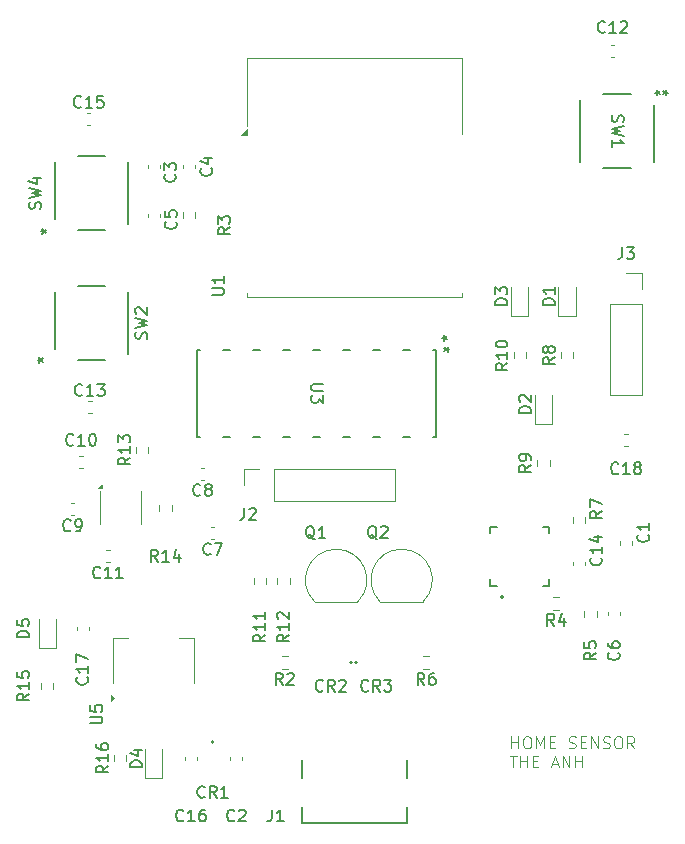
<source format=gbr>
%TF.GenerationSoftware,KiCad,Pcbnew,9.0.2*%
%TF.CreationDate,2026-02-08T22:26:42+01:00*%
%TF.ProjectId,home,686f6d65-2e6b-4696-9361-645f70636258,rev?*%
%TF.SameCoordinates,Original*%
%TF.FileFunction,Legend,Top*%
%TF.FilePolarity,Positive*%
%FSLAX46Y46*%
G04 Gerber Fmt 4.6, Leading zero omitted, Abs format (unit mm)*
G04 Created by KiCad (PCBNEW 9.0.2) date 2026-02-08 22:26:42*
%MOMM*%
%LPD*%
G01*
G04 APERTURE LIST*
%ADD10C,0.100000*%
%ADD11C,0.150000*%
%ADD12C,0.120000*%
%ADD13C,0.152400*%
%ADD14C,0.127000*%
%ADD15C,0.200000*%
G04 APERTURE END LIST*
D10*
X223303884Y-153262475D02*
X223303884Y-152262475D01*
X223303884Y-152738665D02*
X223875312Y-152738665D01*
X223875312Y-153262475D02*
X223875312Y-152262475D01*
X224541979Y-152262475D02*
X224732455Y-152262475D01*
X224732455Y-152262475D02*
X224827693Y-152310094D01*
X224827693Y-152310094D02*
X224922931Y-152405332D01*
X224922931Y-152405332D02*
X224970550Y-152595808D01*
X224970550Y-152595808D02*
X224970550Y-152929141D01*
X224970550Y-152929141D02*
X224922931Y-153119617D01*
X224922931Y-153119617D02*
X224827693Y-153214856D01*
X224827693Y-153214856D02*
X224732455Y-153262475D01*
X224732455Y-153262475D02*
X224541979Y-153262475D01*
X224541979Y-153262475D02*
X224446741Y-153214856D01*
X224446741Y-153214856D02*
X224351503Y-153119617D01*
X224351503Y-153119617D02*
X224303884Y-152929141D01*
X224303884Y-152929141D02*
X224303884Y-152595808D01*
X224303884Y-152595808D02*
X224351503Y-152405332D01*
X224351503Y-152405332D02*
X224446741Y-152310094D01*
X224446741Y-152310094D02*
X224541979Y-152262475D01*
X225399122Y-153262475D02*
X225399122Y-152262475D01*
X225399122Y-152262475D02*
X225732455Y-152976760D01*
X225732455Y-152976760D02*
X226065788Y-152262475D01*
X226065788Y-152262475D02*
X226065788Y-153262475D01*
X226541979Y-152738665D02*
X226875312Y-152738665D01*
X227018169Y-153262475D02*
X226541979Y-153262475D01*
X226541979Y-153262475D02*
X226541979Y-152262475D01*
X226541979Y-152262475D02*
X227018169Y-152262475D01*
X228161027Y-153214856D02*
X228303884Y-153262475D01*
X228303884Y-153262475D02*
X228541979Y-153262475D01*
X228541979Y-153262475D02*
X228637217Y-153214856D01*
X228637217Y-153214856D02*
X228684836Y-153167236D01*
X228684836Y-153167236D02*
X228732455Y-153071998D01*
X228732455Y-153071998D02*
X228732455Y-152976760D01*
X228732455Y-152976760D02*
X228684836Y-152881522D01*
X228684836Y-152881522D02*
X228637217Y-152833903D01*
X228637217Y-152833903D02*
X228541979Y-152786284D01*
X228541979Y-152786284D02*
X228351503Y-152738665D01*
X228351503Y-152738665D02*
X228256265Y-152691046D01*
X228256265Y-152691046D02*
X228208646Y-152643427D01*
X228208646Y-152643427D02*
X228161027Y-152548189D01*
X228161027Y-152548189D02*
X228161027Y-152452951D01*
X228161027Y-152452951D02*
X228208646Y-152357713D01*
X228208646Y-152357713D02*
X228256265Y-152310094D01*
X228256265Y-152310094D02*
X228351503Y-152262475D01*
X228351503Y-152262475D02*
X228589598Y-152262475D01*
X228589598Y-152262475D02*
X228732455Y-152310094D01*
X229161027Y-152738665D02*
X229494360Y-152738665D01*
X229637217Y-153262475D02*
X229161027Y-153262475D01*
X229161027Y-153262475D02*
X229161027Y-152262475D01*
X229161027Y-152262475D02*
X229637217Y-152262475D01*
X230065789Y-153262475D02*
X230065789Y-152262475D01*
X230065789Y-152262475D02*
X230637217Y-153262475D01*
X230637217Y-153262475D02*
X230637217Y-152262475D01*
X231065789Y-153214856D02*
X231208646Y-153262475D01*
X231208646Y-153262475D02*
X231446741Y-153262475D01*
X231446741Y-153262475D02*
X231541979Y-153214856D01*
X231541979Y-153214856D02*
X231589598Y-153167236D01*
X231589598Y-153167236D02*
X231637217Y-153071998D01*
X231637217Y-153071998D02*
X231637217Y-152976760D01*
X231637217Y-152976760D02*
X231589598Y-152881522D01*
X231589598Y-152881522D02*
X231541979Y-152833903D01*
X231541979Y-152833903D02*
X231446741Y-152786284D01*
X231446741Y-152786284D02*
X231256265Y-152738665D01*
X231256265Y-152738665D02*
X231161027Y-152691046D01*
X231161027Y-152691046D02*
X231113408Y-152643427D01*
X231113408Y-152643427D02*
X231065789Y-152548189D01*
X231065789Y-152548189D02*
X231065789Y-152452951D01*
X231065789Y-152452951D02*
X231113408Y-152357713D01*
X231113408Y-152357713D02*
X231161027Y-152310094D01*
X231161027Y-152310094D02*
X231256265Y-152262475D01*
X231256265Y-152262475D02*
X231494360Y-152262475D01*
X231494360Y-152262475D02*
X231637217Y-152310094D01*
X232256265Y-152262475D02*
X232446741Y-152262475D01*
X232446741Y-152262475D02*
X232541979Y-152310094D01*
X232541979Y-152310094D02*
X232637217Y-152405332D01*
X232637217Y-152405332D02*
X232684836Y-152595808D01*
X232684836Y-152595808D02*
X232684836Y-152929141D01*
X232684836Y-152929141D02*
X232637217Y-153119617D01*
X232637217Y-153119617D02*
X232541979Y-153214856D01*
X232541979Y-153214856D02*
X232446741Y-153262475D01*
X232446741Y-153262475D02*
X232256265Y-153262475D01*
X232256265Y-153262475D02*
X232161027Y-153214856D01*
X232161027Y-153214856D02*
X232065789Y-153119617D01*
X232065789Y-153119617D02*
X232018170Y-152929141D01*
X232018170Y-152929141D02*
X232018170Y-152595808D01*
X232018170Y-152595808D02*
X232065789Y-152405332D01*
X232065789Y-152405332D02*
X232161027Y-152310094D01*
X232161027Y-152310094D02*
X232256265Y-152262475D01*
X233684836Y-153262475D02*
X233351503Y-152786284D01*
X233113408Y-153262475D02*
X233113408Y-152262475D01*
X233113408Y-152262475D02*
X233494360Y-152262475D01*
X233494360Y-152262475D02*
X233589598Y-152310094D01*
X233589598Y-152310094D02*
X233637217Y-152357713D01*
X233637217Y-152357713D02*
X233684836Y-152452951D01*
X233684836Y-152452951D02*
X233684836Y-152595808D01*
X233684836Y-152595808D02*
X233637217Y-152691046D01*
X233637217Y-152691046D02*
X233589598Y-152738665D01*
X233589598Y-152738665D02*
X233494360Y-152786284D01*
X233494360Y-152786284D02*
X233113408Y-152786284D01*
X223161027Y-153872419D02*
X223732455Y-153872419D01*
X223446741Y-154872419D02*
X223446741Y-153872419D01*
X224065789Y-154872419D02*
X224065789Y-153872419D01*
X224065789Y-154348609D02*
X224637217Y-154348609D01*
X224637217Y-154872419D02*
X224637217Y-153872419D01*
X225113408Y-154348609D02*
X225446741Y-154348609D01*
X225589598Y-154872419D02*
X225113408Y-154872419D01*
X225113408Y-154872419D02*
X225113408Y-153872419D01*
X225113408Y-153872419D02*
X225589598Y-153872419D01*
X226732456Y-154586704D02*
X227208646Y-154586704D01*
X226637218Y-154872419D02*
X226970551Y-153872419D01*
X226970551Y-153872419D02*
X227303884Y-154872419D01*
X227637218Y-154872419D02*
X227637218Y-153872419D01*
X227637218Y-153872419D02*
X228208646Y-154872419D01*
X228208646Y-154872419D02*
X228208646Y-153872419D01*
X228684837Y-154872419D02*
X228684837Y-153872419D01*
X228684837Y-154348609D02*
X229256265Y-154348609D01*
X229256265Y-154872419D02*
X229256265Y-153872419D01*
D11*
X232666666Y-110834819D02*
X232666666Y-111549104D01*
X232666666Y-111549104D02*
X232619047Y-111691961D01*
X232619047Y-111691961D02*
X232523809Y-111787200D01*
X232523809Y-111787200D02*
X232380952Y-111834819D01*
X232380952Y-111834819D02*
X232285714Y-111834819D01*
X233047619Y-110834819D02*
X233666666Y-110834819D01*
X233666666Y-110834819D02*
X233333333Y-111215771D01*
X233333333Y-111215771D02*
X233476190Y-111215771D01*
X233476190Y-111215771D02*
X233571428Y-111263390D01*
X233571428Y-111263390D02*
X233619047Y-111311009D01*
X233619047Y-111311009D02*
X233666666Y-111406247D01*
X233666666Y-111406247D02*
X233666666Y-111644342D01*
X233666666Y-111644342D02*
X233619047Y-111739580D01*
X233619047Y-111739580D02*
X233571428Y-111787200D01*
X233571428Y-111787200D02*
X233476190Y-111834819D01*
X233476190Y-111834819D02*
X233190476Y-111834819D01*
X233190476Y-111834819D02*
X233095238Y-111787200D01*
X233095238Y-111787200D02*
X233047619Y-111739580D01*
X194859580Y-108666666D02*
X194907200Y-108714285D01*
X194907200Y-108714285D02*
X194954819Y-108857142D01*
X194954819Y-108857142D02*
X194954819Y-108952380D01*
X194954819Y-108952380D02*
X194907200Y-109095237D01*
X194907200Y-109095237D02*
X194811961Y-109190475D01*
X194811961Y-109190475D02*
X194716723Y-109238094D01*
X194716723Y-109238094D02*
X194526247Y-109285713D01*
X194526247Y-109285713D02*
X194383390Y-109285713D01*
X194383390Y-109285713D02*
X194192914Y-109238094D01*
X194192914Y-109238094D02*
X194097676Y-109190475D01*
X194097676Y-109190475D02*
X194002438Y-109095237D01*
X194002438Y-109095237D02*
X193954819Y-108952380D01*
X193954819Y-108952380D02*
X193954819Y-108857142D01*
X193954819Y-108857142D02*
X194002438Y-108714285D01*
X194002438Y-108714285D02*
X194050057Y-108666666D01*
X193954819Y-107761904D02*
X193954819Y-108238094D01*
X193954819Y-108238094D02*
X194431009Y-108285713D01*
X194431009Y-108285713D02*
X194383390Y-108238094D01*
X194383390Y-108238094D02*
X194335771Y-108142856D01*
X194335771Y-108142856D02*
X194335771Y-107904761D01*
X194335771Y-107904761D02*
X194383390Y-107809523D01*
X194383390Y-107809523D02*
X194431009Y-107761904D01*
X194431009Y-107761904D02*
X194526247Y-107714285D01*
X194526247Y-107714285D02*
X194764342Y-107714285D01*
X194764342Y-107714285D02*
X194859580Y-107761904D01*
X194859580Y-107761904D02*
X194907200Y-107809523D01*
X194907200Y-107809523D02*
X194954819Y-107904761D01*
X194954819Y-107904761D02*
X194954819Y-108142856D01*
X194954819Y-108142856D02*
X194907200Y-108238094D01*
X194907200Y-108238094D02*
X194859580Y-108285713D01*
X211904761Y-135550057D02*
X211809523Y-135502438D01*
X211809523Y-135502438D02*
X211714285Y-135407200D01*
X211714285Y-135407200D02*
X211571428Y-135264342D01*
X211571428Y-135264342D02*
X211476190Y-135216723D01*
X211476190Y-135216723D02*
X211380952Y-135216723D01*
X211428571Y-135454819D02*
X211333333Y-135407200D01*
X211333333Y-135407200D02*
X211238095Y-135311961D01*
X211238095Y-135311961D02*
X211190476Y-135121485D01*
X211190476Y-135121485D02*
X211190476Y-134788152D01*
X211190476Y-134788152D02*
X211238095Y-134597676D01*
X211238095Y-134597676D02*
X211333333Y-134502438D01*
X211333333Y-134502438D02*
X211428571Y-134454819D01*
X211428571Y-134454819D02*
X211619047Y-134454819D01*
X211619047Y-134454819D02*
X211714285Y-134502438D01*
X211714285Y-134502438D02*
X211809523Y-134597676D01*
X211809523Y-134597676D02*
X211857142Y-134788152D01*
X211857142Y-134788152D02*
X211857142Y-135121485D01*
X211857142Y-135121485D02*
X211809523Y-135311961D01*
X211809523Y-135311961D02*
X211714285Y-135407200D01*
X211714285Y-135407200D02*
X211619047Y-135454819D01*
X211619047Y-135454819D02*
X211428571Y-135454819D01*
X212238095Y-134550057D02*
X212285714Y-134502438D01*
X212285714Y-134502438D02*
X212380952Y-134454819D01*
X212380952Y-134454819D02*
X212619047Y-134454819D01*
X212619047Y-134454819D02*
X212714285Y-134502438D01*
X212714285Y-134502438D02*
X212761904Y-134550057D01*
X212761904Y-134550057D02*
X212809523Y-134645295D01*
X212809523Y-134645295D02*
X212809523Y-134740533D01*
X212809523Y-134740533D02*
X212761904Y-134883390D01*
X212761904Y-134883390D02*
X212190476Y-135454819D01*
X212190476Y-135454819D02*
X212809523Y-135454819D01*
X215920833Y-147884819D02*
X215587500Y-147408628D01*
X215349405Y-147884819D02*
X215349405Y-146884819D01*
X215349405Y-146884819D02*
X215730357Y-146884819D01*
X215730357Y-146884819D02*
X215825595Y-146932438D01*
X215825595Y-146932438D02*
X215873214Y-146980057D01*
X215873214Y-146980057D02*
X215920833Y-147075295D01*
X215920833Y-147075295D02*
X215920833Y-147218152D01*
X215920833Y-147218152D02*
X215873214Y-147313390D01*
X215873214Y-147313390D02*
X215825595Y-147361009D01*
X215825595Y-147361009D02*
X215730357Y-147408628D01*
X215730357Y-147408628D02*
X215349405Y-147408628D01*
X216777976Y-146884819D02*
X216587500Y-146884819D01*
X216587500Y-146884819D02*
X216492262Y-146932438D01*
X216492262Y-146932438D02*
X216444643Y-146980057D01*
X216444643Y-146980057D02*
X216349405Y-147122914D01*
X216349405Y-147122914D02*
X216301786Y-147313390D01*
X216301786Y-147313390D02*
X216301786Y-147694342D01*
X216301786Y-147694342D02*
X216349405Y-147789580D01*
X216349405Y-147789580D02*
X216397024Y-147837200D01*
X216397024Y-147837200D02*
X216492262Y-147884819D01*
X216492262Y-147884819D02*
X216682738Y-147884819D01*
X216682738Y-147884819D02*
X216777976Y-147837200D01*
X216777976Y-147837200D02*
X216825595Y-147789580D01*
X216825595Y-147789580D02*
X216873214Y-147694342D01*
X216873214Y-147694342D02*
X216873214Y-147456247D01*
X216873214Y-147456247D02*
X216825595Y-147361009D01*
X216825595Y-147361009D02*
X216777976Y-147313390D01*
X216777976Y-147313390D02*
X216682738Y-147265771D01*
X216682738Y-147265771D02*
X216492262Y-147265771D01*
X216492262Y-147265771D02*
X216397024Y-147313390D01*
X216397024Y-147313390D02*
X216349405Y-147361009D01*
X216349405Y-147361009D02*
X216301786Y-147456247D01*
X197859580Y-104166666D02*
X197907200Y-104214285D01*
X197907200Y-104214285D02*
X197954819Y-104357142D01*
X197954819Y-104357142D02*
X197954819Y-104452380D01*
X197954819Y-104452380D02*
X197907200Y-104595237D01*
X197907200Y-104595237D02*
X197811961Y-104690475D01*
X197811961Y-104690475D02*
X197716723Y-104738094D01*
X197716723Y-104738094D02*
X197526247Y-104785713D01*
X197526247Y-104785713D02*
X197383390Y-104785713D01*
X197383390Y-104785713D02*
X197192914Y-104738094D01*
X197192914Y-104738094D02*
X197097676Y-104690475D01*
X197097676Y-104690475D02*
X197002438Y-104595237D01*
X197002438Y-104595237D02*
X196954819Y-104452380D01*
X196954819Y-104452380D02*
X196954819Y-104357142D01*
X196954819Y-104357142D02*
X197002438Y-104214285D01*
X197002438Y-104214285D02*
X197050057Y-104166666D01*
X197288152Y-103309523D02*
X197954819Y-103309523D01*
X196907200Y-103547618D02*
X197621485Y-103785713D01*
X197621485Y-103785713D02*
X197621485Y-103166666D01*
X224954819Y-129291666D02*
X224478628Y-129624999D01*
X224954819Y-129863094D02*
X223954819Y-129863094D01*
X223954819Y-129863094D02*
X223954819Y-129482142D01*
X223954819Y-129482142D02*
X224002438Y-129386904D01*
X224002438Y-129386904D02*
X224050057Y-129339285D01*
X224050057Y-129339285D02*
X224145295Y-129291666D01*
X224145295Y-129291666D02*
X224288152Y-129291666D01*
X224288152Y-129291666D02*
X224383390Y-129339285D01*
X224383390Y-129339285D02*
X224431009Y-129386904D01*
X224431009Y-129386904D02*
X224478628Y-129482142D01*
X224478628Y-129482142D02*
X224478628Y-129863094D01*
X224954819Y-128815475D02*
X224954819Y-128624999D01*
X224954819Y-128624999D02*
X224907200Y-128529761D01*
X224907200Y-128529761D02*
X224859580Y-128482142D01*
X224859580Y-128482142D02*
X224716723Y-128386904D01*
X224716723Y-128386904D02*
X224526247Y-128339285D01*
X224526247Y-128339285D02*
X224145295Y-128339285D01*
X224145295Y-128339285D02*
X224050057Y-128386904D01*
X224050057Y-128386904D02*
X224002438Y-128434523D01*
X224002438Y-128434523D02*
X223954819Y-128529761D01*
X223954819Y-128529761D02*
X223954819Y-128720237D01*
X223954819Y-128720237D02*
X224002438Y-128815475D01*
X224002438Y-128815475D02*
X224050057Y-128863094D01*
X224050057Y-128863094D02*
X224145295Y-128910713D01*
X224145295Y-128910713D02*
X224383390Y-128910713D01*
X224383390Y-128910713D02*
X224478628Y-128863094D01*
X224478628Y-128863094D02*
X224526247Y-128815475D01*
X224526247Y-128815475D02*
X224573866Y-128720237D01*
X224573866Y-128720237D02*
X224573866Y-128529761D01*
X224573866Y-128529761D02*
X224526247Y-128434523D01*
X224526247Y-128434523D02*
X224478628Y-128386904D01*
X224478628Y-128386904D02*
X224383390Y-128339285D01*
X230859580Y-137142857D02*
X230907200Y-137190476D01*
X230907200Y-137190476D02*
X230954819Y-137333333D01*
X230954819Y-137333333D02*
X230954819Y-137428571D01*
X230954819Y-137428571D02*
X230907200Y-137571428D01*
X230907200Y-137571428D02*
X230811961Y-137666666D01*
X230811961Y-137666666D02*
X230716723Y-137714285D01*
X230716723Y-137714285D02*
X230526247Y-137761904D01*
X230526247Y-137761904D02*
X230383390Y-137761904D01*
X230383390Y-137761904D02*
X230192914Y-137714285D01*
X230192914Y-137714285D02*
X230097676Y-137666666D01*
X230097676Y-137666666D02*
X230002438Y-137571428D01*
X230002438Y-137571428D02*
X229954819Y-137428571D01*
X229954819Y-137428571D02*
X229954819Y-137333333D01*
X229954819Y-137333333D02*
X230002438Y-137190476D01*
X230002438Y-137190476D02*
X230050057Y-137142857D01*
X230954819Y-136190476D02*
X230954819Y-136761904D01*
X230954819Y-136476190D02*
X229954819Y-136476190D01*
X229954819Y-136476190D02*
X230097676Y-136571428D01*
X230097676Y-136571428D02*
X230192914Y-136666666D01*
X230192914Y-136666666D02*
X230240533Y-136761904D01*
X230288152Y-135333333D02*
X230954819Y-135333333D01*
X229907200Y-135571428D02*
X230621485Y-135809523D01*
X230621485Y-135809523D02*
X230621485Y-135190476D01*
X207355180Y-122428095D02*
X206545657Y-122428095D01*
X206545657Y-122428095D02*
X206450419Y-122475714D01*
X206450419Y-122475714D02*
X206402800Y-122523333D01*
X206402800Y-122523333D02*
X206355180Y-122618571D01*
X206355180Y-122618571D02*
X206355180Y-122809047D01*
X206355180Y-122809047D02*
X206402800Y-122904285D01*
X206402800Y-122904285D02*
X206450419Y-122951904D01*
X206450419Y-122951904D02*
X206545657Y-122999523D01*
X206545657Y-122999523D02*
X207355180Y-122999523D01*
X207355180Y-123380476D02*
X207355180Y-123999523D01*
X207355180Y-123999523D02*
X206974228Y-123666190D01*
X206974228Y-123666190D02*
X206974228Y-123809047D01*
X206974228Y-123809047D02*
X206926609Y-123904285D01*
X206926609Y-123904285D02*
X206878990Y-123951904D01*
X206878990Y-123951904D02*
X206783752Y-123999523D01*
X206783752Y-123999523D02*
X206545657Y-123999523D01*
X206545657Y-123999523D02*
X206450419Y-123951904D01*
X206450419Y-123951904D02*
X206402800Y-123904285D01*
X206402800Y-123904285D02*
X206355180Y-123809047D01*
X206355180Y-123809047D02*
X206355180Y-123523333D01*
X206355180Y-123523333D02*
X206402800Y-123428095D01*
X206402800Y-123428095D02*
X206450419Y-123380476D01*
X217454819Y-118499999D02*
X217692914Y-118499999D01*
X217597676Y-118738094D02*
X217692914Y-118499999D01*
X217692914Y-118499999D02*
X217597676Y-118261904D01*
X217883390Y-118642856D02*
X217692914Y-118499999D01*
X217692914Y-118499999D02*
X217883390Y-118357142D01*
X218045180Y-119493873D02*
X217807085Y-119493873D01*
X217902323Y-119255778D02*
X217807085Y-119493873D01*
X217807085Y-119493873D02*
X217902323Y-119731968D01*
X217616609Y-119351016D02*
X217807085Y-119493873D01*
X217807085Y-119493873D02*
X217616609Y-119636730D01*
X183407200Y-107583332D02*
X183454819Y-107440475D01*
X183454819Y-107440475D02*
X183454819Y-107202380D01*
X183454819Y-107202380D02*
X183407200Y-107107142D01*
X183407200Y-107107142D02*
X183359580Y-107059523D01*
X183359580Y-107059523D02*
X183264342Y-107011904D01*
X183264342Y-107011904D02*
X183169104Y-107011904D01*
X183169104Y-107011904D02*
X183073866Y-107059523D01*
X183073866Y-107059523D02*
X183026247Y-107107142D01*
X183026247Y-107107142D02*
X182978628Y-107202380D01*
X182978628Y-107202380D02*
X182931009Y-107392856D01*
X182931009Y-107392856D02*
X182883390Y-107488094D01*
X182883390Y-107488094D02*
X182835771Y-107535713D01*
X182835771Y-107535713D02*
X182740533Y-107583332D01*
X182740533Y-107583332D02*
X182645295Y-107583332D01*
X182645295Y-107583332D02*
X182550057Y-107535713D01*
X182550057Y-107535713D02*
X182502438Y-107488094D01*
X182502438Y-107488094D02*
X182454819Y-107392856D01*
X182454819Y-107392856D02*
X182454819Y-107154761D01*
X182454819Y-107154761D02*
X182502438Y-107011904D01*
X182454819Y-106678570D02*
X183454819Y-106440475D01*
X183454819Y-106440475D02*
X182740533Y-106249999D01*
X182740533Y-106249999D02*
X183454819Y-106059523D01*
X183454819Y-106059523D02*
X182454819Y-105821428D01*
X182788152Y-105011904D02*
X183454819Y-105011904D01*
X182407200Y-105249999D02*
X183121485Y-105488094D01*
X183121485Y-105488094D02*
X183121485Y-104869047D01*
X183443518Y-109499999D02*
X183681613Y-109499999D01*
X183586375Y-109738094D02*
X183681613Y-109499999D01*
X183681613Y-109499999D02*
X183586375Y-109261904D01*
X183872089Y-109642856D02*
X183681613Y-109499999D01*
X183681613Y-109499999D02*
X183872089Y-109357142D01*
X183443518Y-109499999D02*
X183681613Y-109499999D01*
X183586375Y-109738094D02*
X183681613Y-109499999D01*
X183681613Y-109499999D02*
X183586375Y-109261904D01*
X183872089Y-109642856D02*
X183681613Y-109499999D01*
X183681613Y-109499999D02*
X183872089Y-109357142D01*
X182454819Y-148642857D02*
X181978628Y-148976190D01*
X182454819Y-149214285D02*
X181454819Y-149214285D01*
X181454819Y-149214285D02*
X181454819Y-148833333D01*
X181454819Y-148833333D02*
X181502438Y-148738095D01*
X181502438Y-148738095D02*
X181550057Y-148690476D01*
X181550057Y-148690476D02*
X181645295Y-148642857D01*
X181645295Y-148642857D02*
X181788152Y-148642857D01*
X181788152Y-148642857D02*
X181883390Y-148690476D01*
X181883390Y-148690476D02*
X181931009Y-148738095D01*
X181931009Y-148738095D02*
X181978628Y-148833333D01*
X181978628Y-148833333D02*
X181978628Y-149214285D01*
X182454819Y-147690476D02*
X182454819Y-148261904D01*
X182454819Y-147976190D02*
X181454819Y-147976190D01*
X181454819Y-147976190D02*
X181597676Y-148071428D01*
X181597676Y-148071428D02*
X181692914Y-148166666D01*
X181692914Y-148166666D02*
X181740533Y-148261904D01*
X181454819Y-146785714D02*
X181454819Y-147261904D01*
X181454819Y-147261904D02*
X181931009Y-147309523D01*
X181931009Y-147309523D02*
X181883390Y-147261904D01*
X181883390Y-147261904D02*
X181835771Y-147166666D01*
X181835771Y-147166666D02*
X181835771Y-146928571D01*
X181835771Y-146928571D02*
X181883390Y-146833333D01*
X181883390Y-146833333D02*
X181931009Y-146785714D01*
X181931009Y-146785714D02*
X182026247Y-146738095D01*
X182026247Y-146738095D02*
X182264342Y-146738095D01*
X182264342Y-146738095D02*
X182359580Y-146785714D01*
X182359580Y-146785714D02*
X182407200Y-146833333D01*
X182407200Y-146833333D02*
X182454819Y-146928571D01*
X182454819Y-146928571D02*
X182454819Y-147166666D01*
X182454819Y-147166666D02*
X182407200Y-147261904D01*
X182407200Y-147261904D02*
X182359580Y-147309523D01*
X196970833Y-131789580D02*
X196923214Y-131837200D01*
X196923214Y-131837200D02*
X196780357Y-131884819D01*
X196780357Y-131884819D02*
X196685119Y-131884819D01*
X196685119Y-131884819D02*
X196542262Y-131837200D01*
X196542262Y-131837200D02*
X196447024Y-131741961D01*
X196447024Y-131741961D02*
X196399405Y-131646723D01*
X196399405Y-131646723D02*
X196351786Y-131456247D01*
X196351786Y-131456247D02*
X196351786Y-131313390D01*
X196351786Y-131313390D02*
X196399405Y-131122914D01*
X196399405Y-131122914D02*
X196447024Y-131027676D01*
X196447024Y-131027676D02*
X196542262Y-130932438D01*
X196542262Y-130932438D02*
X196685119Y-130884819D01*
X196685119Y-130884819D02*
X196780357Y-130884819D01*
X196780357Y-130884819D02*
X196923214Y-130932438D01*
X196923214Y-130932438D02*
X196970833Y-130980057D01*
X197542262Y-131313390D02*
X197447024Y-131265771D01*
X197447024Y-131265771D02*
X197399405Y-131218152D01*
X197399405Y-131218152D02*
X197351786Y-131122914D01*
X197351786Y-131122914D02*
X197351786Y-131075295D01*
X197351786Y-131075295D02*
X197399405Y-130980057D01*
X197399405Y-130980057D02*
X197447024Y-130932438D01*
X197447024Y-130932438D02*
X197542262Y-130884819D01*
X197542262Y-130884819D02*
X197732738Y-130884819D01*
X197732738Y-130884819D02*
X197827976Y-130932438D01*
X197827976Y-130932438D02*
X197875595Y-130980057D01*
X197875595Y-130980057D02*
X197923214Y-131075295D01*
X197923214Y-131075295D02*
X197923214Y-131122914D01*
X197923214Y-131122914D02*
X197875595Y-131218152D01*
X197875595Y-131218152D02*
X197827976Y-131265771D01*
X197827976Y-131265771D02*
X197732738Y-131313390D01*
X197732738Y-131313390D02*
X197542262Y-131313390D01*
X197542262Y-131313390D02*
X197447024Y-131361009D01*
X197447024Y-131361009D02*
X197399405Y-131408628D01*
X197399405Y-131408628D02*
X197351786Y-131503866D01*
X197351786Y-131503866D02*
X197351786Y-131694342D01*
X197351786Y-131694342D02*
X197399405Y-131789580D01*
X197399405Y-131789580D02*
X197447024Y-131837200D01*
X197447024Y-131837200D02*
X197542262Y-131884819D01*
X197542262Y-131884819D02*
X197732738Y-131884819D01*
X197732738Y-131884819D02*
X197827976Y-131837200D01*
X197827976Y-131837200D02*
X197875595Y-131789580D01*
X197875595Y-131789580D02*
X197923214Y-131694342D01*
X197923214Y-131694342D02*
X197923214Y-131503866D01*
X197923214Y-131503866D02*
X197875595Y-131408628D01*
X197875595Y-131408628D02*
X197827976Y-131361009D01*
X197827976Y-131361009D02*
X197732738Y-131313390D01*
X186219642Y-127547080D02*
X186172023Y-127594700D01*
X186172023Y-127594700D02*
X186029166Y-127642319D01*
X186029166Y-127642319D02*
X185933928Y-127642319D01*
X185933928Y-127642319D02*
X185791071Y-127594700D01*
X185791071Y-127594700D02*
X185695833Y-127499461D01*
X185695833Y-127499461D02*
X185648214Y-127404223D01*
X185648214Y-127404223D02*
X185600595Y-127213747D01*
X185600595Y-127213747D02*
X185600595Y-127070890D01*
X185600595Y-127070890D02*
X185648214Y-126880414D01*
X185648214Y-126880414D02*
X185695833Y-126785176D01*
X185695833Y-126785176D02*
X185791071Y-126689938D01*
X185791071Y-126689938D02*
X185933928Y-126642319D01*
X185933928Y-126642319D02*
X186029166Y-126642319D01*
X186029166Y-126642319D02*
X186172023Y-126689938D01*
X186172023Y-126689938D02*
X186219642Y-126737557D01*
X187172023Y-127642319D02*
X186600595Y-127642319D01*
X186886309Y-127642319D02*
X186886309Y-126642319D01*
X186886309Y-126642319D02*
X186791071Y-126785176D01*
X186791071Y-126785176D02*
X186695833Y-126880414D01*
X186695833Y-126880414D02*
X186600595Y-126928033D01*
X187791071Y-126642319D02*
X187886309Y-126642319D01*
X187886309Y-126642319D02*
X187981547Y-126689938D01*
X187981547Y-126689938D02*
X188029166Y-126737557D01*
X188029166Y-126737557D02*
X188076785Y-126832795D01*
X188076785Y-126832795D02*
X188124404Y-127023271D01*
X188124404Y-127023271D02*
X188124404Y-127261366D01*
X188124404Y-127261366D02*
X188076785Y-127451842D01*
X188076785Y-127451842D02*
X188029166Y-127547080D01*
X188029166Y-127547080D02*
X187981547Y-127594700D01*
X187981547Y-127594700D02*
X187886309Y-127642319D01*
X187886309Y-127642319D02*
X187791071Y-127642319D01*
X187791071Y-127642319D02*
X187695833Y-127594700D01*
X187695833Y-127594700D02*
X187648214Y-127547080D01*
X187648214Y-127547080D02*
X187600595Y-127451842D01*
X187600595Y-127451842D02*
X187552976Y-127261366D01*
X187552976Y-127261366D02*
X187552976Y-127023271D01*
X187552976Y-127023271D02*
X187600595Y-126832795D01*
X187600595Y-126832795D02*
X187648214Y-126737557D01*
X187648214Y-126737557D02*
X187695833Y-126689938D01*
X187695833Y-126689938D02*
X187791071Y-126642319D01*
X199454819Y-109166666D02*
X198978628Y-109499999D01*
X199454819Y-109738094D02*
X198454819Y-109738094D01*
X198454819Y-109738094D02*
X198454819Y-109357142D01*
X198454819Y-109357142D02*
X198502438Y-109261904D01*
X198502438Y-109261904D02*
X198550057Y-109214285D01*
X198550057Y-109214285D02*
X198645295Y-109166666D01*
X198645295Y-109166666D02*
X198788152Y-109166666D01*
X198788152Y-109166666D02*
X198883390Y-109214285D01*
X198883390Y-109214285D02*
X198931009Y-109261904D01*
X198931009Y-109261904D02*
X198978628Y-109357142D01*
X198978628Y-109357142D02*
X198978628Y-109738094D01*
X198454819Y-108833332D02*
X198454819Y-108214285D01*
X198454819Y-108214285D02*
X198835771Y-108547618D01*
X198835771Y-108547618D02*
X198835771Y-108404761D01*
X198835771Y-108404761D02*
X198883390Y-108309523D01*
X198883390Y-108309523D02*
X198931009Y-108261904D01*
X198931009Y-108261904D02*
X199026247Y-108214285D01*
X199026247Y-108214285D02*
X199264342Y-108214285D01*
X199264342Y-108214285D02*
X199359580Y-108261904D01*
X199359580Y-108261904D02*
X199407200Y-108309523D01*
X199407200Y-108309523D02*
X199454819Y-108404761D01*
X199454819Y-108404761D02*
X199454819Y-108690475D01*
X199454819Y-108690475D02*
X199407200Y-108785713D01*
X199407200Y-108785713D02*
X199359580Y-108833332D01*
X194789580Y-104666666D02*
X194837200Y-104714285D01*
X194837200Y-104714285D02*
X194884819Y-104857142D01*
X194884819Y-104857142D02*
X194884819Y-104952380D01*
X194884819Y-104952380D02*
X194837200Y-105095237D01*
X194837200Y-105095237D02*
X194741961Y-105190475D01*
X194741961Y-105190475D02*
X194646723Y-105238094D01*
X194646723Y-105238094D02*
X194456247Y-105285713D01*
X194456247Y-105285713D02*
X194313390Y-105285713D01*
X194313390Y-105285713D02*
X194122914Y-105238094D01*
X194122914Y-105238094D02*
X194027676Y-105190475D01*
X194027676Y-105190475D02*
X193932438Y-105095237D01*
X193932438Y-105095237D02*
X193884819Y-104952380D01*
X193884819Y-104952380D02*
X193884819Y-104857142D01*
X193884819Y-104857142D02*
X193932438Y-104714285D01*
X193932438Y-104714285D02*
X193980057Y-104666666D01*
X193884819Y-104333332D02*
X193884819Y-103714285D01*
X193884819Y-103714285D02*
X194265771Y-104047618D01*
X194265771Y-104047618D02*
X194265771Y-103904761D01*
X194265771Y-103904761D02*
X194313390Y-103809523D01*
X194313390Y-103809523D02*
X194361009Y-103761904D01*
X194361009Y-103761904D02*
X194456247Y-103714285D01*
X194456247Y-103714285D02*
X194694342Y-103714285D01*
X194694342Y-103714285D02*
X194789580Y-103761904D01*
X194789580Y-103761904D02*
X194837200Y-103809523D01*
X194837200Y-103809523D02*
X194884819Y-103904761D01*
X194884819Y-103904761D02*
X194884819Y-104190475D01*
X194884819Y-104190475D02*
X194837200Y-104285713D01*
X194837200Y-104285713D02*
X194789580Y-104333332D01*
X191024819Y-128642857D02*
X190548628Y-128976190D01*
X191024819Y-129214285D02*
X190024819Y-129214285D01*
X190024819Y-129214285D02*
X190024819Y-128833333D01*
X190024819Y-128833333D02*
X190072438Y-128738095D01*
X190072438Y-128738095D02*
X190120057Y-128690476D01*
X190120057Y-128690476D02*
X190215295Y-128642857D01*
X190215295Y-128642857D02*
X190358152Y-128642857D01*
X190358152Y-128642857D02*
X190453390Y-128690476D01*
X190453390Y-128690476D02*
X190501009Y-128738095D01*
X190501009Y-128738095D02*
X190548628Y-128833333D01*
X190548628Y-128833333D02*
X190548628Y-129214285D01*
X191024819Y-127690476D02*
X191024819Y-128261904D01*
X191024819Y-127976190D02*
X190024819Y-127976190D01*
X190024819Y-127976190D02*
X190167676Y-128071428D01*
X190167676Y-128071428D02*
X190262914Y-128166666D01*
X190262914Y-128166666D02*
X190310533Y-128261904D01*
X190024819Y-127357142D02*
X190024819Y-126738095D01*
X190024819Y-126738095D02*
X190405771Y-127071428D01*
X190405771Y-127071428D02*
X190405771Y-126928571D01*
X190405771Y-126928571D02*
X190453390Y-126833333D01*
X190453390Y-126833333D02*
X190501009Y-126785714D01*
X190501009Y-126785714D02*
X190596247Y-126738095D01*
X190596247Y-126738095D02*
X190834342Y-126738095D01*
X190834342Y-126738095D02*
X190929580Y-126785714D01*
X190929580Y-126785714D02*
X190977200Y-126833333D01*
X190977200Y-126833333D02*
X191024819Y-126928571D01*
X191024819Y-126928571D02*
X191024819Y-127214285D01*
X191024819Y-127214285D02*
X190977200Y-127309523D01*
X190977200Y-127309523D02*
X190929580Y-127357142D01*
X197833333Y-136789580D02*
X197785714Y-136837200D01*
X197785714Y-136837200D02*
X197642857Y-136884819D01*
X197642857Y-136884819D02*
X197547619Y-136884819D01*
X197547619Y-136884819D02*
X197404762Y-136837200D01*
X197404762Y-136837200D02*
X197309524Y-136741961D01*
X197309524Y-136741961D02*
X197261905Y-136646723D01*
X197261905Y-136646723D02*
X197214286Y-136456247D01*
X197214286Y-136456247D02*
X197214286Y-136313390D01*
X197214286Y-136313390D02*
X197261905Y-136122914D01*
X197261905Y-136122914D02*
X197309524Y-136027676D01*
X197309524Y-136027676D02*
X197404762Y-135932438D01*
X197404762Y-135932438D02*
X197547619Y-135884819D01*
X197547619Y-135884819D02*
X197642857Y-135884819D01*
X197642857Y-135884819D02*
X197785714Y-135932438D01*
X197785714Y-135932438D02*
X197833333Y-135980057D01*
X198166667Y-135884819D02*
X198833333Y-135884819D01*
X198833333Y-135884819D02*
X198404762Y-136884819D01*
X211190333Y-148359580D02*
X211142714Y-148407200D01*
X211142714Y-148407200D02*
X210999857Y-148454819D01*
X210999857Y-148454819D02*
X210904619Y-148454819D01*
X210904619Y-148454819D02*
X210761762Y-148407200D01*
X210761762Y-148407200D02*
X210666524Y-148311961D01*
X210666524Y-148311961D02*
X210618905Y-148216723D01*
X210618905Y-148216723D02*
X210571286Y-148026247D01*
X210571286Y-148026247D02*
X210571286Y-147883390D01*
X210571286Y-147883390D02*
X210618905Y-147692914D01*
X210618905Y-147692914D02*
X210666524Y-147597676D01*
X210666524Y-147597676D02*
X210761762Y-147502438D01*
X210761762Y-147502438D02*
X210904619Y-147454819D01*
X210904619Y-147454819D02*
X210999857Y-147454819D01*
X210999857Y-147454819D02*
X211142714Y-147502438D01*
X211142714Y-147502438D02*
X211190333Y-147550057D01*
X212190333Y-148454819D02*
X211857000Y-147978628D01*
X211618905Y-148454819D02*
X211618905Y-147454819D01*
X211618905Y-147454819D02*
X211999857Y-147454819D01*
X211999857Y-147454819D02*
X212095095Y-147502438D01*
X212095095Y-147502438D02*
X212142714Y-147550057D01*
X212142714Y-147550057D02*
X212190333Y-147645295D01*
X212190333Y-147645295D02*
X212190333Y-147788152D01*
X212190333Y-147788152D02*
X212142714Y-147883390D01*
X212142714Y-147883390D02*
X212095095Y-147931009D01*
X212095095Y-147931009D02*
X211999857Y-147978628D01*
X211999857Y-147978628D02*
X211618905Y-147978628D01*
X212523667Y-147454819D02*
X213142714Y-147454819D01*
X213142714Y-147454819D02*
X212809381Y-147835771D01*
X212809381Y-147835771D02*
X212952238Y-147835771D01*
X212952238Y-147835771D02*
X213047476Y-147883390D01*
X213047476Y-147883390D02*
X213095095Y-147931009D01*
X213095095Y-147931009D02*
X213142714Y-148026247D01*
X213142714Y-148026247D02*
X213142714Y-148264342D01*
X213142714Y-148264342D02*
X213095095Y-148359580D01*
X213095095Y-148359580D02*
X213047476Y-148407200D01*
X213047476Y-148407200D02*
X212952238Y-148454819D01*
X212952238Y-148454819D02*
X212666524Y-148454819D01*
X212666524Y-148454819D02*
X212571286Y-148407200D01*
X212571286Y-148407200D02*
X212523667Y-148359580D01*
X195516892Y-159359580D02*
X195469273Y-159407200D01*
X195469273Y-159407200D02*
X195326416Y-159454819D01*
X195326416Y-159454819D02*
X195231178Y-159454819D01*
X195231178Y-159454819D02*
X195088321Y-159407200D01*
X195088321Y-159407200D02*
X194993083Y-159311961D01*
X194993083Y-159311961D02*
X194945464Y-159216723D01*
X194945464Y-159216723D02*
X194897845Y-159026247D01*
X194897845Y-159026247D02*
X194897845Y-158883390D01*
X194897845Y-158883390D02*
X194945464Y-158692914D01*
X194945464Y-158692914D02*
X194993083Y-158597676D01*
X194993083Y-158597676D02*
X195088321Y-158502438D01*
X195088321Y-158502438D02*
X195231178Y-158454819D01*
X195231178Y-158454819D02*
X195326416Y-158454819D01*
X195326416Y-158454819D02*
X195469273Y-158502438D01*
X195469273Y-158502438D02*
X195516892Y-158550057D01*
X196469273Y-159454819D02*
X195897845Y-159454819D01*
X196183559Y-159454819D02*
X196183559Y-158454819D01*
X196183559Y-158454819D02*
X196088321Y-158597676D01*
X196088321Y-158597676D02*
X195993083Y-158692914D01*
X195993083Y-158692914D02*
X195897845Y-158740533D01*
X197326416Y-158454819D02*
X197135940Y-158454819D01*
X197135940Y-158454819D02*
X197040702Y-158502438D01*
X197040702Y-158502438D02*
X196993083Y-158550057D01*
X196993083Y-158550057D02*
X196897845Y-158692914D01*
X196897845Y-158692914D02*
X196850226Y-158883390D01*
X196850226Y-158883390D02*
X196850226Y-159264342D01*
X196850226Y-159264342D02*
X196897845Y-159359580D01*
X196897845Y-159359580D02*
X196945464Y-159407200D01*
X196945464Y-159407200D02*
X197040702Y-159454819D01*
X197040702Y-159454819D02*
X197231178Y-159454819D01*
X197231178Y-159454819D02*
X197326416Y-159407200D01*
X197326416Y-159407200D02*
X197374035Y-159359580D01*
X197374035Y-159359580D02*
X197421654Y-159264342D01*
X197421654Y-159264342D02*
X197421654Y-159026247D01*
X197421654Y-159026247D02*
X197374035Y-158931009D01*
X197374035Y-158931009D02*
X197326416Y-158883390D01*
X197326416Y-158883390D02*
X197231178Y-158835771D01*
X197231178Y-158835771D02*
X197040702Y-158835771D01*
X197040702Y-158835771D02*
X196945464Y-158883390D01*
X196945464Y-158883390D02*
X196897845Y-158931009D01*
X196897845Y-158931009D02*
X196850226Y-159026247D01*
X206634761Y-135550057D02*
X206539523Y-135502438D01*
X206539523Y-135502438D02*
X206444285Y-135407200D01*
X206444285Y-135407200D02*
X206301428Y-135264342D01*
X206301428Y-135264342D02*
X206206190Y-135216723D01*
X206206190Y-135216723D02*
X206110952Y-135216723D01*
X206158571Y-135454819D02*
X206063333Y-135407200D01*
X206063333Y-135407200D02*
X205968095Y-135311961D01*
X205968095Y-135311961D02*
X205920476Y-135121485D01*
X205920476Y-135121485D02*
X205920476Y-134788152D01*
X205920476Y-134788152D02*
X205968095Y-134597676D01*
X205968095Y-134597676D02*
X206063333Y-134502438D01*
X206063333Y-134502438D02*
X206158571Y-134454819D01*
X206158571Y-134454819D02*
X206349047Y-134454819D01*
X206349047Y-134454819D02*
X206444285Y-134502438D01*
X206444285Y-134502438D02*
X206539523Y-134597676D01*
X206539523Y-134597676D02*
X206587142Y-134788152D01*
X206587142Y-134788152D02*
X206587142Y-135121485D01*
X206587142Y-135121485D02*
X206539523Y-135311961D01*
X206539523Y-135311961D02*
X206444285Y-135407200D01*
X206444285Y-135407200D02*
X206349047Y-135454819D01*
X206349047Y-135454819D02*
X206158571Y-135454819D01*
X207539523Y-135454819D02*
X206968095Y-135454819D01*
X207253809Y-135454819D02*
X207253809Y-134454819D01*
X207253809Y-134454819D02*
X207158571Y-134597676D01*
X207158571Y-134597676D02*
X207063333Y-134692914D01*
X207063333Y-134692914D02*
X206968095Y-134740533D01*
X187654819Y-151159154D02*
X188464342Y-151159154D01*
X188464342Y-151159154D02*
X188559580Y-151111535D01*
X188559580Y-151111535D02*
X188607200Y-151063916D01*
X188607200Y-151063916D02*
X188654819Y-150968678D01*
X188654819Y-150968678D02*
X188654819Y-150778202D01*
X188654819Y-150778202D02*
X188607200Y-150682964D01*
X188607200Y-150682964D02*
X188559580Y-150635345D01*
X188559580Y-150635345D02*
X188464342Y-150587726D01*
X188464342Y-150587726D02*
X187654819Y-150587726D01*
X187654819Y-149635345D02*
X187654819Y-150111535D01*
X187654819Y-150111535D02*
X188131009Y-150159154D01*
X188131009Y-150159154D02*
X188083390Y-150111535D01*
X188083390Y-150111535D02*
X188035771Y-150016297D01*
X188035771Y-150016297D02*
X188035771Y-149778202D01*
X188035771Y-149778202D02*
X188083390Y-149682964D01*
X188083390Y-149682964D02*
X188131009Y-149635345D01*
X188131009Y-149635345D02*
X188226247Y-149587726D01*
X188226247Y-149587726D02*
X188464342Y-149587726D01*
X188464342Y-149587726D02*
X188559580Y-149635345D01*
X188559580Y-149635345D02*
X188607200Y-149682964D01*
X188607200Y-149682964D02*
X188654819Y-149778202D01*
X188654819Y-149778202D02*
X188654819Y-150016297D01*
X188654819Y-150016297D02*
X188607200Y-150111535D01*
X188607200Y-150111535D02*
X188559580Y-150159154D01*
X222929819Y-115738094D02*
X221929819Y-115738094D01*
X221929819Y-115738094D02*
X221929819Y-115499999D01*
X221929819Y-115499999D02*
X221977438Y-115357142D01*
X221977438Y-115357142D02*
X222072676Y-115261904D01*
X222072676Y-115261904D02*
X222167914Y-115214285D01*
X222167914Y-115214285D02*
X222358390Y-115166666D01*
X222358390Y-115166666D02*
X222501247Y-115166666D01*
X222501247Y-115166666D02*
X222691723Y-115214285D01*
X222691723Y-115214285D02*
X222786961Y-115261904D01*
X222786961Y-115261904D02*
X222882200Y-115357142D01*
X222882200Y-115357142D02*
X222929819Y-115499999D01*
X222929819Y-115499999D02*
X222929819Y-115738094D01*
X221929819Y-114833332D02*
X221929819Y-114214285D01*
X221929819Y-114214285D02*
X222310771Y-114547618D01*
X222310771Y-114547618D02*
X222310771Y-114404761D01*
X222310771Y-114404761D02*
X222358390Y-114309523D01*
X222358390Y-114309523D02*
X222406009Y-114261904D01*
X222406009Y-114261904D02*
X222501247Y-114214285D01*
X222501247Y-114214285D02*
X222739342Y-114214285D01*
X222739342Y-114214285D02*
X222834580Y-114261904D01*
X222834580Y-114261904D02*
X222882200Y-114309523D01*
X222882200Y-114309523D02*
X222929819Y-114404761D01*
X222929819Y-114404761D02*
X222929819Y-114690475D01*
X222929819Y-114690475D02*
X222882200Y-114785713D01*
X222882200Y-114785713D02*
X222834580Y-114833332D01*
X202454819Y-143642857D02*
X201978628Y-143976190D01*
X202454819Y-144214285D02*
X201454819Y-144214285D01*
X201454819Y-144214285D02*
X201454819Y-143833333D01*
X201454819Y-143833333D02*
X201502438Y-143738095D01*
X201502438Y-143738095D02*
X201550057Y-143690476D01*
X201550057Y-143690476D02*
X201645295Y-143642857D01*
X201645295Y-143642857D02*
X201788152Y-143642857D01*
X201788152Y-143642857D02*
X201883390Y-143690476D01*
X201883390Y-143690476D02*
X201931009Y-143738095D01*
X201931009Y-143738095D02*
X201978628Y-143833333D01*
X201978628Y-143833333D02*
X201978628Y-144214285D01*
X202454819Y-142690476D02*
X202454819Y-143261904D01*
X202454819Y-142976190D02*
X201454819Y-142976190D01*
X201454819Y-142976190D02*
X201597676Y-143071428D01*
X201597676Y-143071428D02*
X201692914Y-143166666D01*
X201692914Y-143166666D02*
X201740533Y-143261904D01*
X202454819Y-141738095D02*
X202454819Y-142309523D01*
X202454819Y-142023809D02*
X201454819Y-142023809D01*
X201454819Y-142023809D02*
X201597676Y-142119047D01*
X201597676Y-142119047D02*
X201692914Y-142214285D01*
X201692914Y-142214285D02*
X201740533Y-142309523D01*
X193357142Y-137454819D02*
X193023809Y-136978628D01*
X192785714Y-137454819D02*
X192785714Y-136454819D01*
X192785714Y-136454819D02*
X193166666Y-136454819D01*
X193166666Y-136454819D02*
X193261904Y-136502438D01*
X193261904Y-136502438D02*
X193309523Y-136550057D01*
X193309523Y-136550057D02*
X193357142Y-136645295D01*
X193357142Y-136645295D02*
X193357142Y-136788152D01*
X193357142Y-136788152D02*
X193309523Y-136883390D01*
X193309523Y-136883390D02*
X193261904Y-136931009D01*
X193261904Y-136931009D02*
X193166666Y-136978628D01*
X193166666Y-136978628D02*
X192785714Y-136978628D01*
X194309523Y-137454819D02*
X193738095Y-137454819D01*
X194023809Y-137454819D02*
X194023809Y-136454819D01*
X194023809Y-136454819D02*
X193928571Y-136597676D01*
X193928571Y-136597676D02*
X193833333Y-136692914D01*
X193833333Y-136692914D02*
X193738095Y-136740533D01*
X195166666Y-136788152D02*
X195166666Y-137454819D01*
X194928571Y-136407200D02*
X194690476Y-137121485D01*
X194690476Y-137121485D02*
X195309523Y-137121485D01*
X231842801Y-99666667D02*
X231795181Y-99809524D01*
X231795181Y-99809524D02*
X231795181Y-100047619D01*
X231795181Y-100047619D02*
X231842801Y-100142857D01*
X231842801Y-100142857D02*
X231890420Y-100190476D01*
X231890420Y-100190476D02*
X231985658Y-100238095D01*
X231985658Y-100238095D02*
X232080896Y-100238095D01*
X232080896Y-100238095D02*
X232176134Y-100190476D01*
X232176134Y-100190476D02*
X232223753Y-100142857D01*
X232223753Y-100142857D02*
X232271372Y-100047619D01*
X232271372Y-100047619D02*
X232318991Y-99857143D01*
X232318991Y-99857143D02*
X232366610Y-99761905D01*
X232366610Y-99761905D02*
X232414229Y-99714286D01*
X232414229Y-99714286D02*
X232509467Y-99666667D01*
X232509467Y-99666667D02*
X232604705Y-99666667D01*
X232604705Y-99666667D02*
X232699943Y-99714286D01*
X232699943Y-99714286D02*
X232747562Y-99761905D01*
X232747562Y-99761905D02*
X232795181Y-99857143D01*
X232795181Y-99857143D02*
X232795181Y-100095238D01*
X232795181Y-100095238D02*
X232747562Y-100238095D01*
X232795181Y-100571429D02*
X231795181Y-100809524D01*
X231795181Y-100809524D02*
X232509467Y-101000000D01*
X232509467Y-101000000D02*
X231795181Y-101190476D01*
X231795181Y-101190476D02*
X232795181Y-101428572D01*
X231795181Y-102333333D02*
X231795181Y-101761905D01*
X231795181Y-102047619D02*
X232795181Y-102047619D01*
X232795181Y-102047619D02*
X232652324Y-101952381D01*
X232652324Y-101952381D02*
X232557086Y-101857143D01*
X232557086Y-101857143D02*
X232509467Y-101761905D01*
X235466120Y-97749999D02*
X235704215Y-97749999D01*
X235608977Y-97988094D02*
X235704215Y-97749999D01*
X235704215Y-97749999D02*
X235608977Y-97511904D01*
X235894691Y-97892856D02*
X235704215Y-97749999D01*
X235704215Y-97749999D02*
X235894691Y-97607142D01*
X236556481Y-97750000D02*
X236318386Y-97750000D01*
X236413624Y-97511905D02*
X236318386Y-97750000D01*
X236318386Y-97750000D02*
X236413624Y-97988095D01*
X236127910Y-97607143D02*
X236318386Y-97750000D01*
X236318386Y-97750000D02*
X236127910Y-97892857D01*
X230954819Y-133166666D02*
X230478628Y-133499999D01*
X230954819Y-133738094D02*
X229954819Y-133738094D01*
X229954819Y-133738094D02*
X229954819Y-133357142D01*
X229954819Y-133357142D02*
X230002438Y-133261904D01*
X230002438Y-133261904D02*
X230050057Y-133214285D01*
X230050057Y-133214285D02*
X230145295Y-133166666D01*
X230145295Y-133166666D02*
X230288152Y-133166666D01*
X230288152Y-133166666D02*
X230383390Y-133214285D01*
X230383390Y-133214285D02*
X230431009Y-133261904D01*
X230431009Y-133261904D02*
X230478628Y-133357142D01*
X230478628Y-133357142D02*
X230478628Y-133738094D01*
X229954819Y-132833332D02*
X229954819Y-132166666D01*
X229954819Y-132166666D02*
X230954819Y-132595237D01*
X234859580Y-135166666D02*
X234907200Y-135214285D01*
X234907200Y-135214285D02*
X234954819Y-135357142D01*
X234954819Y-135357142D02*
X234954819Y-135452380D01*
X234954819Y-135452380D02*
X234907200Y-135595237D01*
X234907200Y-135595237D02*
X234811961Y-135690475D01*
X234811961Y-135690475D02*
X234716723Y-135738094D01*
X234716723Y-135738094D02*
X234526247Y-135785713D01*
X234526247Y-135785713D02*
X234383390Y-135785713D01*
X234383390Y-135785713D02*
X234192914Y-135738094D01*
X234192914Y-135738094D02*
X234097676Y-135690475D01*
X234097676Y-135690475D02*
X234002438Y-135595237D01*
X234002438Y-135595237D02*
X233954819Y-135452380D01*
X233954819Y-135452380D02*
X233954819Y-135357142D01*
X233954819Y-135357142D02*
X234002438Y-135214285D01*
X234002438Y-135214285D02*
X234050057Y-135166666D01*
X234954819Y-134214285D02*
X234954819Y-134785713D01*
X234954819Y-134499999D02*
X233954819Y-134499999D01*
X233954819Y-134499999D02*
X234097676Y-134595237D01*
X234097676Y-134595237D02*
X234192914Y-134690475D01*
X234192914Y-134690475D02*
X234240533Y-134785713D01*
X187359580Y-147242857D02*
X187407200Y-147290476D01*
X187407200Y-147290476D02*
X187454819Y-147433333D01*
X187454819Y-147433333D02*
X187454819Y-147528571D01*
X187454819Y-147528571D02*
X187407200Y-147671428D01*
X187407200Y-147671428D02*
X187311961Y-147766666D01*
X187311961Y-147766666D02*
X187216723Y-147814285D01*
X187216723Y-147814285D02*
X187026247Y-147861904D01*
X187026247Y-147861904D02*
X186883390Y-147861904D01*
X186883390Y-147861904D02*
X186692914Y-147814285D01*
X186692914Y-147814285D02*
X186597676Y-147766666D01*
X186597676Y-147766666D02*
X186502438Y-147671428D01*
X186502438Y-147671428D02*
X186454819Y-147528571D01*
X186454819Y-147528571D02*
X186454819Y-147433333D01*
X186454819Y-147433333D02*
X186502438Y-147290476D01*
X186502438Y-147290476D02*
X186550057Y-147242857D01*
X187454819Y-146290476D02*
X187454819Y-146861904D01*
X187454819Y-146576190D02*
X186454819Y-146576190D01*
X186454819Y-146576190D02*
X186597676Y-146671428D01*
X186597676Y-146671428D02*
X186692914Y-146766666D01*
X186692914Y-146766666D02*
X186740533Y-146861904D01*
X186454819Y-145957142D02*
X186454819Y-145290476D01*
X186454819Y-145290476D02*
X187454819Y-145719047D01*
X199833333Y-159359580D02*
X199785714Y-159407200D01*
X199785714Y-159407200D02*
X199642857Y-159454819D01*
X199642857Y-159454819D02*
X199547619Y-159454819D01*
X199547619Y-159454819D02*
X199404762Y-159407200D01*
X199404762Y-159407200D02*
X199309524Y-159311961D01*
X199309524Y-159311961D02*
X199261905Y-159216723D01*
X199261905Y-159216723D02*
X199214286Y-159026247D01*
X199214286Y-159026247D02*
X199214286Y-158883390D01*
X199214286Y-158883390D02*
X199261905Y-158692914D01*
X199261905Y-158692914D02*
X199309524Y-158597676D01*
X199309524Y-158597676D02*
X199404762Y-158502438D01*
X199404762Y-158502438D02*
X199547619Y-158454819D01*
X199547619Y-158454819D02*
X199642857Y-158454819D01*
X199642857Y-158454819D02*
X199785714Y-158502438D01*
X199785714Y-158502438D02*
X199833333Y-158550057D01*
X200214286Y-158550057D02*
X200261905Y-158502438D01*
X200261905Y-158502438D02*
X200357143Y-158454819D01*
X200357143Y-158454819D02*
X200595238Y-158454819D01*
X200595238Y-158454819D02*
X200690476Y-158502438D01*
X200690476Y-158502438D02*
X200738095Y-158550057D01*
X200738095Y-158550057D02*
X200785714Y-158645295D01*
X200785714Y-158645295D02*
X200785714Y-158740533D01*
X200785714Y-158740533D02*
X200738095Y-158883390D01*
X200738095Y-158883390D02*
X200166667Y-159454819D01*
X200166667Y-159454819D02*
X200785714Y-159454819D01*
X222954819Y-120642857D02*
X222478628Y-120976190D01*
X222954819Y-121214285D02*
X221954819Y-121214285D01*
X221954819Y-121214285D02*
X221954819Y-120833333D01*
X221954819Y-120833333D02*
X222002438Y-120738095D01*
X222002438Y-120738095D02*
X222050057Y-120690476D01*
X222050057Y-120690476D02*
X222145295Y-120642857D01*
X222145295Y-120642857D02*
X222288152Y-120642857D01*
X222288152Y-120642857D02*
X222383390Y-120690476D01*
X222383390Y-120690476D02*
X222431009Y-120738095D01*
X222431009Y-120738095D02*
X222478628Y-120833333D01*
X222478628Y-120833333D02*
X222478628Y-121214285D01*
X222954819Y-119690476D02*
X222954819Y-120261904D01*
X222954819Y-119976190D02*
X221954819Y-119976190D01*
X221954819Y-119976190D02*
X222097676Y-120071428D01*
X222097676Y-120071428D02*
X222192914Y-120166666D01*
X222192914Y-120166666D02*
X222240533Y-120261904D01*
X221954819Y-119071428D02*
X221954819Y-118976190D01*
X221954819Y-118976190D02*
X222002438Y-118880952D01*
X222002438Y-118880952D02*
X222050057Y-118833333D01*
X222050057Y-118833333D02*
X222145295Y-118785714D01*
X222145295Y-118785714D02*
X222335771Y-118738095D01*
X222335771Y-118738095D02*
X222573866Y-118738095D01*
X222573866Y-118738095D02*
X222764342Y-118785714D01*
X222764342Y-118785714D02*
X222859580Y-118833333D01*
X222859580Y-118833333D02*
X222907200Y-118880952D01*
X222907200Y-118880952D02*
X222954819Y-118976190D01*
X222954819Y-118976190D02*
X222954819Y-119071428D01*
X222954819Y-119071428D02*
X222907200Y-119166666D01*
X222907200Y-119166666D02*
X222859580Y-119214285D01*
X222859580Y-119214285D02*
X222764342Y-119261904D01*
X222764342Y-119261904D02*
X222573866Y-119309523D01*
X222573866Y-119309523D02*
X222335771Y-119309523D01*
X222335771Y-119309523D02*
X222145295Y-119261904D01*
X222145295Y-119261904D02*
X222050057Y-119214285D01*
X222050057Y-119214285D02*
X222002438Y-119166666D01*
X222002438Y-119166666D02*
X221954819Y-119071428D01*
X230454819Y-145166666D02*
X229978628Y-145499999D01*
X230454819Y-145738094D02*
X229454819Y-145738094D01*
X229454819Y-145738094D02*
X229454819Y-145357142D01*
X229454819Y-145357142D02*
X229502438Y-145261904D01*
X229502438Y-145261904D02*
X229550057Y-145214285D01*
X229550057Y-145214285D02*
X229645295Y-145166666D01*
X229645295Y-145166666D02*
X229788152Y-145166666D01*
X229788152Y-145166666D02*
X229883390Y-145214285D01*
X229883390Y-145214285D02*
X229931009Y-145261904D01*
X229931009Y-145261904D02*
X229978628Y-145357142D01*
X229978628Y-145357142D02*
X229978628Y-145738094D01*
X229454819Y-144261904D02*
X229454819Y-144738094D01*
X229454819Y-144738094D02*
X229931009Y-144785713D01*
X229931009Y-144785713D02*
X229883390Y-144738094D01*
X229883390Y-144738094D02*
X229835771Y-144642856D01*
X229835771Y-144642856D02*
X229835771Y-144404761D01*
X229835771Y-144404761D02*
X229883390Y-144309523D01*
X229883390Y-144309523D02*
X229931009Y-144261904D01*
X229931009Y-144261904D02*
X230026247Y-144214285D01*
X230026247Y-144214285D02*
X230264342Y-144214285D01*
X230264342Y-144214285D02*
X230359580Y-144261904D01*
X230359580Y-144261904D02*
X230407200Y-144309523D01*
X230407200Y-144309523D02*
X230454819Y-144404761D01*
X230454819Y-144404761D02*
X230454819Y-144642856D01*
X230454819Y-144642856D02*
X230407200Y-144738094D01*
X230407200Y-144738094D02*
X230359580Y-144785713D01*
X192407200Y-118583332D02*
X192454819Y-118440475D01*
X192454819Y-118440475D02*
X192454819Y-118202380D01*
X192454819Y-118202380D02*
X192407200Y-118107142D01*
X192407200Y-118107142D02*
X192359580Y-118059523D01*
X192359580Y-118059523D02*
X192264342Y-118011904D01*
X192264342Y-118011904D02*
X192169104Y-118011904D01*
X192169104Y-118011904D02*
X192073866Y-118059523D01*
X192073866Y-118059523D02*
X192026247Y-118107142D01*
X192026247Y-118107142D02*
X191978628Y-118202380D01*
X191978628Y-118202380D02*
X191931009Y-118392856D01*
X191931009Y-118392856D02*
X191883390Y-118488094D01*
X191883390Y-118488094D02*
X191835771Y-118535713D01*
X191835771Y-118535713D02*
X191740533Y-118583332D01*
X191740533Y-118583332D02*
X191645295Y-118583332D01*
X191645295Y-118583332D02*
X191550057Y-118535713D01*
X191550057Y-118535713D02*
X191502438Y-118488094D01*
X191502438Y-118488094D02*
X191454819Y-118392856D01*
X191454819Y-118392856D02*
X191454819Y-118154761D01*
X191454819Y-118154761D02*
X191502438Y-118011904D01*
X191454819Y-117678570D02*
X192454819Y-117440475D01*
X192454819Y-117440475D02*
X191740533Y-117249999D01*
X191740533Y-117249999D02*
X192454819Y-117059523D01*
X192454819Y-117059523D02*
X191454819Y-116821428D01*
X191550057Y-116488094D02*
X191502438Y-116440475D01*
X191502438Y-116440475D02*
X191454819Y-116345237D01*
X191454819Y-116345237D02*
X191454819Y-116107142D01*
X191454819Y-116107142D02*
X191502438Y-116011904D01*
X191502438Y-116011904D02*
X191550057Y-115964285D01*
X191550057Y-115964285D02*
X191645295Y-115916666D01*
X191645295Y-115916666D02*
X191740533Y-115916666D01*
X191740533Y-115916666D02*
X191883390Y-115964285D01*
X191883390Y-115964285D02*
X192454819Y-116535713D01*
X192454819Y-116535713D02*
X192454819Y-115916666D01*
X183182918Y-120399999D02*
X183421013Y-120399999D01*
X183325775Y-120638094D02*
X183421013Y-120399999D01*
X183421013Y-120399999D02*
X183325775Y-120161904D01*
X183611489Y-120542856D02*
X183421013Y-120399999D01*
X183421013Y-120399999D02*
X183611489Y-120257142D01*
X183182918Y-120399999D02*
X183421013Y-120399999D01*
X183325775Y-120638094D02*
X183421013Y-120399999D01*
X183421013Y-120399999D02*
X183325775Y-120161904D01*
X183611489Y-120542856D02*
X183421013Y-120399999D01*
X183421013Y-120399999D02*
X183611489Y-120257142D01*
X231219642Y-92609580D02*
X231172023Y-92657200D01*
X231172023Y-92657200D02*
X231029166Y-92704819D01*
X231029166Y-92704819D02*
X230933928Y-92704819D01*
X230933928Y-92704819D02*
X230791071Y-92657200D01*
X230791071Y-92657200D02*
X230695833Y-92561961D01*
X230695833Y-92561961D02*
X230648214Y-92466723D01*
X230648214Y-92466723D02*
X230600595Y-92276247D01*
X230600595Y-92276247D02*
X230600595Y-92133390D01*
X230600595Y-92133390D02*
X230648214Y-91942914D01*
X230648214Y-91942914D02*
X230695833Y-91847676D01*
X230695833Y-91847676D02*
X230791071Y-91752438D01*
X230791071Y-91752438D02*
X230933928Y-91704819D01*
X230933928Y-91704819D02*
X231029166Y-91704819D01*
X231029166Y-91704819D02*
X231172023Y-91752438D01*
X231172023Y-91752438D02*
X231219642Y-91800057D01*
X232172023Y-92704819D02*
X231600595Y-92704819D01*
X231886309Y-92704819D02*
X231886309Y-91704819D01*
X231886309Y-91704819D02*
X231791071Y-91847676D01*
X231791071Y-91847676D02*
X231695833Y-91942914D01*
X231695833Y-91942914D02*
X231600595Y-91990533D01*
X232552976Y-91800057D02*
X232600595Y-91752438D01*
X232600595Y-91752438D02*
X232695833Y-91704819D01*
X232695833Y-91704819D02*
X232933928Y-91704819D01*
X232933928Y-91704819D02*
X233029166Y-91752438D01*
X233029166Y-91752438D02*
X233076785Y-91800057D01*
X233076785Y-91800057D02*
X233124404Y-91895295D01*
X233124404Y-91895295D02*
X233124404Y-91990533D01*
X233124404Y-91990533D02*
X233076785Y-92133390D01*
X233076785Y-92133390D02*
X232505357Y-92704819D01*
X232505357Y-92704819D02*
X233124404Y-92704819D01*
X200656666Y-132929819D02*
X200656666Y-133644104D01*
X200656666Y-133644104D02*
X200609047Y-133786961D01*
X200609047Y-133786961D02*
X200513809Y-133882200D01*
X200513809Y-133882200D02*
X200370952Y-133929819D01*
X200370952Y-133929819D02*
X200275714Y-133929819D01*
X201085238Y-133025057D02*
X201132857Y-132977438D01*
X201132857Y-132977438D02*
X201228095Y-132929819D01*
X201228095Y-132929819D02*
X201466190Y-132929819D01*
X201466190Y-132929819D02*
X201561428Y-132977438D01*
X201561428Y-132977438D02*
X201609047Y-133025057D01*
X201609047Y-133025057D02*
X201656666Y-133120295D01*
X201656666Y-133120295D02*
X201656666Y-133215533D01*
X201656666Y-133215533D02*
X201609047Y-133358390D01*
X201609047Y-133358390D02*
X201037619Y-133929819D01*
X201037619Y-133929819D02*
X201656666Y-133929819D01*
X192024819Y-154863094D02*
X191024819Y-154863094D01*
X191024819Y-154863094D02*
X191024819Y-154624999D01*
X191024819Y-154624999D02*
X191072438Y-154482142D01*
X191072438Y-154482142D02*
X191167676Y-154386904D01*
X191167676Y-154386904D02*
X191262914Y-154339285D01*
X191262914Y-154339285D02*
X191453390Y-154291666D01*
X191453390Y-154291666D02*
X191596247Y-154291666D01*
X191596247Y-154291666D02*
X191786723Y-154339285D01*
X191786723Y-154339285D02*
X191881961Y-154386904D01*
X191881961Y-154386904D02*
X191977200Y-154482142D01*
X191977200Y-154482142D02*
X192024819Y-154624999D01*
X192024819Y-154624999D02*
X192024819Y-154863094D01*
X191358152Y-153434523D02*
X192024819Y-153434523D01*
X190977200Y-153672618D02*
X191691485Y-153910713D01*
X191691485Y-153910713D02*
X191691485Y-153291666D01*
X226920833Y-142884819D02*
X226587500Y-142408628D01*
X226349405Y-142884819D02*
X226349405Y-141884819D01*
X226349405Y-141884819D02*
X226730357Y-141884819D01*
X226730357Y-141884819D02*
X226825595Y-141932438D01*
X226825595Y-141932438D02*
X226873214Y-141980057D01*
X226873214Y-141980057D02*
X226920833Y-142075295D01*
X226920833Y-142075295D02*
X226920833Y-142218152D01*
X226920833Y-142218152D02*
X226873214Y-142313390D01*
X226873214Y-142313390D02*
X226825595Y-142361009D01*
X226825595Y-142361009D02*
X226730357Y-142408628D01*
X226730357Y-142408628D02*
X226349405Y-142408628D01*
X227777976Y-142218152D02*
X227777976Y-142884819D01*
X227539881Y-141837200D02*
X227301786Y-142551485D01*
X227301786Y-142551485D02*
X227920833Y-142551485D01*
X232359580Y-145166666D02*
X232407200Y-145214285D01*
X232407200Y-145214285D02*
X232454819Y-145357142D01*
X232454819Y-145357142D02*
X232454819Y-145452380D01*
X232454819Y-145452380D02*
X232407200Y-145595237D01*
X232407200Y-145595237D02*
X232311961Y-145690475D01*
X232311961Y-145690475D02*
X232216723Y-145738094D01*
X232216723Y-145738094D02*
X232026247Y-145785713D01*
X232026247Y-145785713D02*
X231883390Y-145785713D01*
X231883390Y-145785713D02*
X231692914Y-145738094D01*
X231692914Y-145738094D02*
X231597676Y-145690475D01*
X231597676Y-145690475D02*
X231502438Y-145595237D01*
X231502438Y-145595237D02*
X231454819Y-145452380D01*
X231454819Y-145452380D02*
X231454819Y-145357142D01*
X231454819Y-145357142D02*
X231502438Y-145214285D01*
X231502438Y-145214285D02*
X231550057Y-145166666D01*
X231454819Y-144309523D02*
X231454819Y-144499999D01*
X231454819Y-144499999D02*
X231502438Y-144595237D01*
X231502438Y-144595237D02*
X231550057Y-144642856D01*
X231550057Y-144642856D02*
X231692914Y-144738094D01*
X231692914Y-144738094D02*
X231883390Y-144785713D01*
X231883390Y-144785713D02*
X232264342Y-144785713D01*
X232264342Y-144785713D02*
X232359580Y-144738094D01*
X232359580Y-144738094D02*
X232407200Y-144690475D01*
X232407200Y-144690475D02*
X232454819Y-144595237D01*
X232454819Y-144595237D02*
X232454819Y-144404761D01*
X232454819Y-144404761D02*
X232407200Y-144309523D01*
X232407200Y-144309523D02*
X232359580Y-144261904D01*
X232359580Y-144261904D02*
X232264342Y-144214285D01*
X232264342Y-144214285D02*
X232026247Y-144214285D01*
X232026247Y-144214285D02*
X231931009Y-144261904D01*
X231931009Y-144261904D02*
X231883390Y-144309523D01*
X231883390Y-144309523D02*
X231835771Y-144404761D01*
X231835771Y-144404761D02*
X231835771Y-144595237D01*
X231835771Y-144595237D02*
X231883390Y-144690475D01*
X231883390Y-144690475D02*
X231931009Y-144738094D01*
X231931009Y-144738094D02*
X232026247Y-144785713D01*
X197333333Y-157359580D02*
X197285714Y-157407200D01*
X197285714Y-157407200D02*
X197142857Y-157454819D01*
X197142857Y-157454819D02*
X197047619Y-157454819D01*
X197047619Y-157454819D02*
X196904762Y-157407200D01*
X196904762Y-157407200D02*
X196809524Y-157311961D01*
X196809524Y-157311961D02*
X196761905Y-157216723D01*
X196761905Y-157216723D02*
X196714286Y-157026247D01*
X196714286Y-157026247D02*
X196714286Y-156883390D01*
X196714286Y-156883390D02*
X196761905Y-156692914D01*
X196761905Y-156692914D02*
X196809524Y-156597676D01*
X196809524Y-156597676D02*
X196904762Y-156502438D01*
X196904762Y-156502438D02*
X197047619Y-156454819D01*
X197047619Y-156454819D02*
X197142857Y-156454819D01*
X197142857Y-156454819D02*
X197285714Y-156502438D01*
X197285714Y-156502438D02*
X197333333Y-156550057D01*
X198333333Y-157454819D02*
X198000000Y-156978628D01*
X197761905Y-157454819D02*
X197761905Y-156454819D01*
X197761905Y-156454819D02*
X198142857Y-156454819D01*
X198142857Y-156454819D02*
X198238095Y-156502438D01*
X198238095Y-156502438D02*
X198285714Y-156550057D01*
X198285714Y-156550057D02*
X198333333Y-156645295D01*
X198333333Y-156645295D02*
X198333333Y-156788152D01*
X198333333Y-156788152D02*
X198285714Y-156883390D01*
X198285714Y-156883390D02*
X198238095Y-156931009D01*
X198238095Y-156931009D02*
X198142857Y-156978628D01*
X198142857Y-156978628D02*
X197761905Y-156978628D01*
X199285714Y-157454819D02*
X198714286Y-157454819D01*
X199000000Y-157454819D02*
X199000000Y-156454819D01*
X199000000Y-156454819D02*
X198904762Y-156597676D01*
X198904762Y-156597676D02*
X198809524Y-156692914D01*
X198809524Y-156692914D02*
X198714286Y-156740533D01*
X189165069Y-154733107D02*
X188688878Y-155066440D01*
X189165069Y-155304535D02*
X188165069Y-155304535D01*
X188165069Y-155304535D02*
X188165069Y-154923583D01*
X188165069Y-154923583D02*
X188212688Y-154828345D01*
X188212688Y-154828345D02*
X188260307Y-154780726D01*
X188260307Y-154780726D02*
X188355545Y-154733107D01*
X188355545Y-154733107D02*
X188498402Y-154733107D01*
X188498402Y-154733107D02*
X188593640Y-154780726D01*
X188593640Y-154780726D02*
X188641259Y-154828345D01*
X188641259Y-154828345D02*
X188688878Y-154923583D01*
X188688878Y-154923583D02*
X188688878Y-155304535D01*
X189165069Y-153780726D02*
X189165069Y-154352154D01*
X189165069Y-154066440D02*
X188165069Y-154066440D01*
X188165069Y-154066440D02*
X188307926Y-154161678D01*
X188307926Y-154161678D02*
X188403164Y-154256916D01*
X188403164Y-154256916D02*
X188450783Y-154352154D01*
X188165069Y-152923583D02*
X188165069Y-153114059D01*
X188165069Y-153114059D02*
X188212688Y-153209297D01*
X188212688Y-153209297D02*
X188260307Y-153256916D01*
X188260307Y-153256916D02*
X188403164Y-153352154D01*
X188403164Y-153352154D02*
X188593640Y-153399773D01*
X188593640Y-153399773D02*
X188974592Y-153399773D01*
X188974592Y-153399773D02*
X189069830Y-153352154D01*
X189069830Y-153352154D02*
X189117450Y-153304535D01*
X189117450Y-153304535D02*
X189165069Y-153209297D01*
X189165069Y-153209297D02*
X189165069Y-153018821D01*
X189165069Y-153018821D02*
X189117450Y-152923583D01*
X189117450Y-152923583D02*
X189069830Y-152875964D01*
X189069830Y-152875964D02*
X188974592Y-152828345D01*
X188974592Y-152828345D02*
X188736497Y-152828345D01*
X188736497Y-152828345D02*
X188641259Y-152875964D01*
X188641259Y-152875964D02*
X188593640Y-152923583D01*
X188593640Y-152923583D02*
X188546021Y-153018821D01*
X188546021Y-153018821D02*
X188546021Y-153209297D01*
X188546021Y-153209297D02*
X188593640Y-153304535D01*
X188593640Y-153304535D02*
X188641259Y-153352154D01*
X188641259Y-153352154D02*
X188736497Y-153399773D01*
X186857142Y-98929580D02*
X186809523Y-98977200D01*
X186809523Y-98977200D02*
X186666666Y-99024819D01*
X186666666Y-99024819D02*
X186571428Y-99024819D01*
X186571428Y-99024819D02*
X186428571Y-98977200D01*
X186428571Y-98977200D02*
X186333333Y-98881961D01*
X186333333Y-98881961D02*
X186285714Y-98786723D01*
X186285714Y-98786723D02*
X186238095Y-98596247D01*
X186238095Y-98596247D02*
X186238095Y-98453390D01*
X186238095Y-98453390D02*
X186285714Y-98262914D01*
X186285714Y-98262914D02*
X186333333Y-98167676D01*
X186333333Y-98167676D02*
X186428571Y-98072438D01*
X186428571Y-98072438D02*
X186571428Y-98024819D01*
X186571428Y-98024819D02*
X186666666Y-98024819D01*
X186666666Y-98024819D02*
X186809523Y-98072438D01*
X186809523Y-98072438D02*
X186857142Y-98120057D01*
X187809523Y-99024819D02*
X187238095Y-99024819D01*
X187523809Y-99024819D02*
X187523809Y-98024819D01*
X187523809Y-98024819D02*
X187428571Y-98167676D01*
X187428571Y-98167676D02*
X187333333Y-98262914D01*
X187333333Y-98262914D02*
X187238095Y-98310533D01*
X188714285Y-98024819D02*
X188238095Y-98024819D01*
X188238095Y-98024819D02*
X188190476Y-98501009D01*
X188190476Y-98501009D02*
X188238095Y-98453390D01*
X188238095Y-98453390D02*
X188333333Y-98405771D01*
X188333333Y-98405771D02*
X188571428Y-98405771D01*
X188571428Y-98405771D02*
X188666666Y-98453390D01*
X188666666Y-98453390D02*
X188714285Y-98501009D01*
X188714285Y-98501009D02*
X188761904Y-98596247D01*
X188761904Y-98596247D02*
X188761904Y-98834342D01*
X188761904Y-98834342D02*
X188714285Y-98929580D01*
X188714285Y-98929580D02*
X188666666Y-98977200D01*
X188666666Y-98977200D02*
X188571428Y-99024819D01*
X188571428Y-99024819D02*
X188333333Y-99024819D01*
X188333333Y-99024819D02*
X188238095Y-98977200D01*
X188238095Y-98977200D02*
X188190476Y-98929580D01*
X185970833Y-134789580D02*
X185923214Y-134837200D01*
X185923214Y-134837200D02*
X185780357Y-134884819D01*
X185780357Y-134884819D02*
X185685119Y-134884819D01*
X185685119Y-134884819D02*
X185542262Y-134837200D01*
X185542262Y-134837200D02*
X185447024Y-134741961D01*
X185447024Y-134741961D02*
X185399405Y-134646723D01*
X185399405Y-134646723D02*
X185351786Y-134456247D01*
X185351786Y-134456247D02*
X185351786Y-134313390D01*
X185351786Y-134313390D02*
X185399405Y-134122914D01*
X185399405Y-134122914D02*
X185447024Y-134027676D01*
X185447024Y-134027676D02*
X185542262Y-133932438D01*
X185542262Y-133932438D02*
X185685119Y-133884819D01*
X185685119Y-133884819D02*
X185780357Y-133884819D01*
X185780357Y-133884819D02*
X185923214Y-133932438D01*
X185923214Y-133932438D02*
X185970833Y-133980057D01*
X186447024Y-134884819D02*
X186637500Y-134884819D01*
X186637500Y-134884819D02*
X186732738Y-134837200D01*
X186732738Y-134837200D02*
X186780357Y-134789580D01*
X186780357Y-134789580D02*
X186875595Y-134646723D01*
X186875595Y-134646723D02*
X186923214Y-134456247D01*
X186923214Y-134456247D02*
X186923214Y-134075295D01*
X186923214Y-134075295D02*
X186875595Y-133980057D01*
X186875595Y-133980057D02*
X186827976Y-133932438D01*
X186827976Y-133932438D02*
X186732738Y-133884819D01*
X186732738Y-133884819D02*
X186542262Y-133884819D01*
X186542262Y-133884819D02*
X186447024Y-133932438D01*
X186447024Y-133932438D02*
X186399405Y-133980057D01*
X186399405Y-133980057D02*
X186351786Y-134075295D01*
X186351786Y-134075295D02*
X186351786Y-134313390D01*
X186351786Y-134313390D02*
X186399405Y-134408628D01*
X186399405Y-134408628D02*
X186447024Y-134456247D01*
X186447024Y-134456247D02*
X186542262Y-134503866D01*
X186542262Y-134503866D02*
X186732738Y-134503866D01*
X186732738Y-134503866D02*
X186827976Y-134456247D01*
X186827976Y-134456247D02*
X186875595Y-134408628D01*
X186875595Y-134408628D02*
X186923214Y-134313390D01*
X232357142Y-129959580D02*
X232309523Y-130007200D01*
X232309523Y-130007200D02*
X232166666Y-130054819D01*
X232166666Y-130054819D02*
X232071428Y-130054819D01*
X232071428Y-130054819D02*
X231928571Y-130007200D01*
X231928571Y-130007200D02*
X231833333Y-129911961D01*
X231833333Y-129911961D02*
X231785714Y-129816723D01*
X231785714Y-129816723D02*
X231738095Y-129626247D01*
X231738095Y-129626247D02*
X231738095Y-129483390D01*
X231738095Y-129483390D02*
X231785714Y-129292914D01*
X231785714Y-129292914D02*
X231833333Y-129197676D01*
X231833333Y-129197676D02*
X231928571Y-129102438D01*
X231928571Y-129102438D02*
X232071428Y-129054819D01*
X232071428Y-129054819D02*
X232166666Y-129054819D01*
X232166666Y-129054819D02*
X232309523Y-129102438D01*
X232309523Y-129102438D02*
X232357142Y-129150057D01*
X233309523Y-130054819D02*
X232738095Y-130054819D01*
X233023809Y-130054819D02*
X233023809Y-129054819D01*
X233023809Y-129054819D02*
X232928571Y-129197676D01*
X232928571Y-129197676D02*
X232833333Y-129292914D01*
X232833333Y-129292914D02*
X232738095Y-129340533D01*
X233880952Y-129483390D02*
X233785714Y-129435771D01*
X233785714Y-129435771D02*
X233738095Y-129388152D01*
X233738095Y-129388152D02*
X233690476Y-129292914D01*
X233690476Y-129292914D02*
X233690476Y-129245295D01*
X233690476Y-129245295D02*
X233738095Y-129150057D01*
X233738095Y-129150057D02*
X233785714Y-129102438D01*
X233785714Y-129102438D02*
X233880952Y-129054819D01*
X233880952Y-129054819D02*
X234071428Y-129054819D01*
X234071428Y-129054819D02*
X234166666Y-129102438D01*
X234166666Y-129102438D02*
X234214285Y-129150057D01*
X234214285Y-129150057D02*
X234261904Y-129245295D01*
X234261904Y-129245295D02*
X234261904Y-129292914D01*
X234261904Y-129292914D02*
X234214285Y-129388152D01*
X234214285Y-129388152D02*
X234166666Y-129435771D01*
X234166666Y-129435771D02*
X234071428Y-129483390D01*
X234071428Y-129483390D02*
X233880952Y-129483390D01*
X233880952Y-129483390D02*
X233785714Y-129531009D01*
X233785714Y-129531009D02*
X233738095Y-129578628D01*
X233738095Y-129578628D02*
X233690476Y-129673866D01*
X233690476Y-129673866D02*
X233690476Y-129864342D01*
X233690476Y-129864342D02*
X233738095Y-129959580D01*
X233738095Y-129959580D02*
X233785714Y-130007200D01*
X233785714Y-130007200D02*
X233880952Y-130054819D01*
X233880952Y-130054819D02*
X234071428Y-130054819D01*
X234071428Y-130054819D02*
X234166666Y-130007200D01*
X234166666Y-130007200D02*
X234214285Y-129959580D01*
X234214285Y-129959580D02*
X234261904Y-129864342D01*
X234261904Y-129864342D02*
X234261904Y-129673866D01*
X234261904Y-129673866D02*
X234214285Y-129578628D01*
X234214285Y-129578628D02*
X234166666Y-129531009D01*
X234166666Y-129531009D02*
X234071428Y-129483390D01*
X186959042Y-123329581D02*
X186911423Y-123377201D01*
X186911423Y-123377201D02*
X186768566Y-123424820D01*
X186768566Y-123424820D02*
X186673328Y-123424820D01*
X186673328Y-123424820D02*
X186530471Y-123377201D01*
X186530471Y-123377201D02*
X186435233Y-123281962D01*
X186435233Y-123281962D02*
X186387614Y-123186724D01*
X186387614Y-123186724D02*
X186339995Y-122996248D01*
X186339995Y-122996248D02*
X186339995Y-122853391D01*
X186339995Y-122853391D02*
X186387614Y-122662915D01*
X186387614Y-122662915D02*
X186435233Y-122567677D01*
X186435233Y-122567677D02*
X186530471Y-122472439D01*
X186530471Y-122472439D02*
X186673328Y-122424820D01*
X186673328Y-122424820D02*
X186768566Y-122424820D01*
X186768566Y-122424820D02*
X186911423Y-122472439D01*
X186911423Y-122472439D02*
X186959042Y-122520058D01*
X187911423Y-123424820D02*
X187339995Y-123424820D01*
X187625709Y-123424820D02*
X187625709Y-122424820D01*
X187625709Y-122424820D02*
X187530471Y-122567677D01*
X187530471Y-122567677D02*
X187435233Y-122662915D01*
X187435233Y-122662915D02*
X187339995Y-122710534D01*
X188244757Y-122424820D02*
X188863804Y-122424820D01*
X188863804Y-122424820D02*
X188530471Y-122805772D01*
X188530471Y-122805772D02*
X188673328Y-122805772D01*
X188673328Y-122805772D02*
X188768566Y-122853391D01*
X188768566Y-122853391D02*
X188816185Y-122901010D01*
X188816185Y-122901010D02*
X188863804Y-122996248D01*
X188863804Y-122996248D02*
X188863804Y-123234343D01*
X188863804Y-123234343D02*
X188816185Y-123329581D01*
X188816185Y-123329581D02*
X188768566Y-123377201D01*
X188768566Y-123377201D02*
X188673328Y-123424820D01*
X188673328Y-123424820D02*
X188387614Y-123424820D01*
X188387614Y-123424820D02*
X188292376Y-123377201D01*
X188292376Y-123377201D02*
X188244757Y-123329581D01*
X203026666Y-158454819D02*
X203026666Y-159169104D01*
X203026666Y-159169104D02*
X202979047Y-159311961D01*
X202979047Y-159311961D02*
X202883809Y-159407200D01*
X202883809Y-159407200D02*
X202740952Y-159454819D01*
X202740952Y-159454819D02*
X202645714Y-159454819D01*
X204026666Y-159454819D02*
X203455238Y-159454819D01*
X203740952Y-159454819D02*
X203740952Y-158454819D01*
X203740952Y-158454819D02*
X203645714Y-158597676D01*
X203645714Y-158597676D02*
X203550476Y-158692914D01*
X203550476Y-158692914D02*
X203455238Y-158740533D01*
X226954819Y-120166666D02*
X226478628Y-120499999D01*
X226954819Y-120738094D02*
X225954819Y-120738094D01*
X225954819Y-120738094D02*
X225954819Y-120357142D01*
X225954819Y-120357142D02*
X226002438Y-120261904D01*
X226002438Y-120261904D02*
X226050057Y-120214285D01*
X226050057Y-120214285D02*
X226145295Y-120166666D01*
X226145295Y-120166666D02*
X226288152Y-120166666D01*
X226288152Y-120166666D02*
X226383390Y-120214285D01*
X226383390Y-120214285D02*
X226431009Y-120261904D01*
X226431009Y-120261904D02*
X226478628Y-120357142D01*
X226478628Y-120357142D02*
X226478628Y-120738094D01*
X226383390Y-119595237D02*
X226335771Y-119690475D01*
X226335771Y-119690475D02*
X226288152Y-119738094D01*
X226288152Y-119738094D02*
X226192914Y-119785713D01*
X226192914Y-119785713D02*
X226145295Y-119785713D01*
X226145295Y-119785713D02*
X226050057Y-119738094D01*
X226050057Y-119738094D02*
X226002438Y-119690475D01*
X226002438Y-119690475D02*
X225954819Y-119595237D01*
X225954819Y-119595237D02*
X225954819Y-119404761D01*
X225954819Y-119404761D02*
X226002438Y-119309523D01*
X226002438Y-119309523D02*
X226050057Y-119261904D01*
X226050057Y-119261904D02*
X226145295Y-119214285D01*
X226145295Y-119214285D02*
X226192914Y-119214285D01*
X226192914Y-119214285D02*
X226288152Y-119261904D01*
X226288152Y-119261904D02*
X226335771Y-119309523D01*
X226335771Y-119309523D02*
X226383390Y-119404761D01*
X226383390Y-119404761D02*
X226383390Y-119595237D01*
X226383390Y-119595237D02*
X226431009Y-119690475D01*
X226431009Y-119690475D02*
X226478628Y-119738094D01*
X226478628Y-119738094D02*
X226573866Y-119785713D01*
X226573866Y-119785713D02*
X226764342Y-119785713D01*
X226764342Y-119785713D02*
X226859580Y-119738094D01*
X226859580Y-119738094D02*
X226907200Y-119690475D01*
X226907200Y-119690475D02*
X226954819Y-119595237D01*
X226954819Y-119595237D02*
X226954819Y-119404761D01*
X226954819Y-119404761D02*
X226907200Y-119309523D01*
X226907200Y-119309523D02*
X226859580Y-119261904D01*
X226859580Y-119261904D02*
X226764342Y-119214285D01*
X226764342Y-119214285D02*
X226573866Y-119214285D01*
X226573866Y-119214285D02*
X226478628Y-119261904D01*
X226478628Y-119261904D02*
X226431009Y-119309523D01*
X226431009Y-119309523D02*
X226383390Y-119404761D01*
X207333333Y-148359580D02*
X207285714Y-148407200D01*
X207285714Y-148407200D02*
X207142857Y-148454819D01*
X207142857Y-148454819D02*
X207047619Y-148454819D01*
X207047619Y-148454819D02*
X206904762Y-148407200D01*
X206904762Y-148407200D02*
X206809524Y-148311961D01*
X206809524Y-148311961D02*
X206761905Y-148216723D01*
X206761905Y-148216723D02*
X206714286Y-148026247D01*
X206714286Y-148026247D02*
X206714286Y-147883390D01*
X206714286Y-147883390D02*
X206761905Y-147692914D01*
X206761905Y-147692914D02*
X206809524Y-147597676D01*
X206809524Y-147597676D02*
X206904762Y-147502438D01*
X206904762Y-147502438D02*
X207047619Y-147454819D01*
X207047619Y-147454819D02*
X207142857Y-147454819D01*
X207142857Y-147454819D02*
X207285714Y-147502438D01*
X207285714Y-147502438D02*
X207333333Y-147550057D01*
X208333333Y-148454819D02*
X208000000Y-147978628D01*
X207761905Y-148454819D02*
X207761905Y-147454819D01*
X207761905Y-147454819D02*
X208142857Y-147454819D01*
X208142857Y-147454819D02*
X208238095Y-147502438D01*
X208238095Y-147502438D02*
X208285714Y-147550057D01*
X208285714Y-147550057D02*
X208333333Y-147645295D01*
X208333333Y-147645295D02*
X208333333Y-147788152D01*
X208333333Y-147788152D02*
X208285714Y-147883390D01*
X208285714Y-147883390D02*
X208238095Y-147931009D01*
X208238095Y-147931009D02*
X208142857Y-147978628D01*
X208142857Y-147978628D02*
X207761905Y-147978628D01*
X208714286Y-147550057D02*
X208761905Y-147502438D01*
X208761905Y-147502438D02*
X208857143Y-147454819D01*
X208857143Y-147454819D02*
X209095238Y-147454819D01*
X209095238Y-147454819D02*
X209190476Y-147502438D01*
X209190476Y-147502438D02*
X209238095Y-147550057D01*
X209238095Y-147550057D02*
X209285714Y-147645295D01*
X209285714Y-147645295D02*
X209285714Y-147740533D01*
X209285714Y-147740533D02*
X209238095Y-147883390D01*
X209238095Y-147883390D02*
X208666667Y-148454819D01*
X208666667Y-148454819D02*
X209285714Y-148454819D01*
X203920833Y-147884819D02*
X203587500Y-147408628D01*
X203349405Y-147884819D02*
X203349405Y-146884819D01*
X203349405Y-146884819D02*
X203730357Y-146884819D01*
X203730357Y-146884819D02*
X203825595Y-146932438D01*
X203825595Y-146932438D02*
X203873214Y-146980057D01*
X203873214Y-146980057D02*
X203920833Y-147075295D01*
X203920833Y-147075295D02*
X203920833Y-147218152D01*
X203920833Y-147218152D02*
X203873214Y-147313390D01*
X203873214Y-147313390D02*
X203825595Y-147361009D01*
X203825595Y-147361009D02*
X203730357Y-147408628D01*
X203730357Y-147408628D02*
X203349405Y-147408628D01*
X204301786Y-146980057D02*
X204349405Y-146932438D01*
X204349405Y-146932438D02*
X204444643Y-146884819D01*
X204444643Y-146884819D02*
X204682738Y-146884819D01*
X204682738Y-146884819D02*
X204777976Y-146932438D01*
X204777976Y-146932438D02*
X204825595Y-146980057D01*
X204825595Y-146980057D02*
X204873214Y-147075295D01*
X204873214Y-147075295D02*
X204873214Y-147170533D01*
X204873214Y-147170533D02*
X204825595Y-147313390D01*
X204825595Y-147313390D02*
X204254167Y-147884819D01*
X204254167Y-147884819D02*
X204873214Y-147884819D01*
X197954819Y-114861904D02*
X198764342Y-114861904D01*
X198764342Y-114861904D02*
X198859580Y-114814285D01*
X198859580Y-114814285D02*
X198907200Y-114766666D01*
X198907200Y-114766666D02*
X198954819Y-114671428D01*
X198954819Y-114671428D02*
X198954819Y-114480952D01*
X198954819Y-114480952D02*
X198907200Y-114385714D01*
X198907200Y-114385714D02*
X198859580Y-114338095D01*
X198859580Y-114338095D02*
X198764342Y-114290476D01*
X198764342Y-114290476D02*
X197954819Y-114290476D01*
X198954819Y-113290476D02*
X198954819Y-113861904D01*
X198954819Y-113576190D02*
X197954819Y-113576190D01*
X197954819Y-113576190D02*
X198097676Y-113671428D01*
X198097676Y-113671428D02*
X198192914Y-113766666D01*
X198192914Y-113766666D02*
X198240533Y-113861904D01*
X204454819Y-143642857D02*
X203978628Y-143976190D01*
X204454819Y-144214285D02*
X203454819Y-144214285D01*
X203454819Y-144214285D02*
X203454819Y-143833333D01*
X203454819Y-143833333D02*
X203502438Y-143738095D01*
X203502438Y-143738095D02*
X203550057Y-143690476D01*
X203550057Y-143690476D02*
X203645295Y-143642857D01*
X203645295Y-143642857D02*
X203788152Y-143642857D01*
X203788152Y-143642857D02*
X203883390Y-143690476D01*
X203883390Y-143690476D02*
X203931009Y-143738095D01*
X203931009Y-143738095D02*
X203978628Y-143833333D01*
X203978628Y-143833333D02*
X203978628Y-144214285D01*
X204454819Y-142690476D02*
X204454819Y-143261904D01*
X204454819Y-142976190D02*
X203454819Y-142976190D01*
X203454819Y-142976190D02*
X203597676Y-143071428D01*
X203597676Y-143071428D02*
X203692914Y-143166666D01*
X203692914Y-143166666D02*
X203740533Y-143261904D01*
X203550057Y-142309523D02*
X203502438Y-142261904D01*
X203502438Y-142261904D02*
X203454819Y-142166666D01*
X203454819Y-142166666D02*
X203454819Y-141928571D01*
X203454819Y-141928571D02*
X203502438Y-141833333D01*
X203502438Y-141833333D02*
X203550057Y-141785714D01*
X203550057Y-141785714D02*
X203645295Y-141738095D01*
X203645295Y-141738095D02*
X203740533Y-141738095D01*
X203740533Y-141738095D02*
X203883390Y-141785714D01*
X203883390Y-141785714D02*
X204454819Y-142357142D01*
X204454819Y-142357142D02*
X204454819Y-141738095D01*
X182454819Y-143863094D02*
X181454819Y-143863094D01*
X181454819Y-143863094D02*
X181454819Y-143624999D01*
X181454819Y-143624999D02*
X181502438Y-143482142D01*
X181502438Y-143482142D02*
X181597676Y-143386904D01*
X181597676Y-143386904D02*
X181692914Y-143339285D01*
X181692914Y-143339285D02*
X181883390Y-143291666D01*
X181883390Y-143291666D02*
X182026247Y-143291666D01*
X182026247Y-143291666D02*
X182216723Y-143339285D01*
X182216723Y-143339285D02*
X182311961Y-143386904D01*
X182311961Y-143386904D02*
X182407200Y-143482142D01*
X182407200Y-143482142D02*
X182454819Y-143624999D01*
X182454819Y-143624999D02*
X182454819Y-143863094D01*
X181454819Y-142386904D02*
X181454819Y-142863094D01*
X181454819Y-142863094D02*
X181931009Y-142910713D01*
X181931009Y-142910713D02*
X181883390Y-142863094D01*
X181883390Y-142863094D02*
X181835771Y-142767856D01*
X181835771Y-142767856D02*
X181835771Y-142529761D01*
X181835771Y-142529761D02*
X181883390Y-142434523D01*
X181883390Y-142434523D02*
X181931009Y-142386904D01*
X181931009Y-142386904D02*
X182026247Y-142339285D01*
X182026247Y-142339285D02*
X182264342Y-142339285D01*
X182264342Y-142339285D02*
X182359580Y-142386904D01*
X182359580Y-142386904D02*
X182407200Y-142434523D01*
X182407200Y-142434523D02*
X182454819Y-142529761D01*
X182454819Y-142529761D02*
X182454819Y-142767856D01*
X182454819Y-142767856D02*
X182407200Y-142863094D01*
X182407200Y-142863094D02*
X182359580Y-142910713D01*
X226954819Y-115738094D02*
X225954819Y-115738094D01*
X225954819Y-115738094D02*
X225954819Y-115499999D01*
X225954819Y-115499999D02*
X226002438Y-115357142D01*
X226002438Y-115357142D02*
X226097676Y-115261904D01*
X226097676Y-115261904D02*
X226192914Y-115214285D01*
X226192914Y-115214285D02*
X226383390Y-115166666D01*
X226383390Y-115166666D02*
X226526247Y-115166666D01*
X226526247Y-115166666D02*
X226716723Y-115214285D01*
X226716723Y-115214285D02*
X226811961Y-115261904D01*
X226811961Y-115261904D02*
X226907200Y-115357142D01*
X226907200Y-115357142D02*
X226954819Y-115499999D01*
X226954819Y-115499999D02*
X226954819Y-115738094D01*
X226954819Y-114214285D02*
X226954819Y-114785713D01*
X226954819Y-114499999D02*
X225954819Y-114499999D01*
X225954819Y-114499999D02*
X226097676Y-114595237D01*
X226097676Y-114595237D02*
X226192914Y-114690475D01*
X226192914Y-114690475D02*
X226240533Y-114785713D01*
X188494642Y-138789580D02*
X188447023Y-138837200D01*
X188447023Y-138837200D02*
X188304166Y-138884819D01*
X188304166Y-138884819D02*
X188208928Y-138884819D01*
X188208928Y-138884819D02*
X188066071Y-138837200D01*
X188066071Y-138837200D02*
X187970833Y-138741961D01*
X187970833Y-138741961D02*
X187923214Y-138646723D01*
X187923214Y-138646723D02*
X187875595Y-138456247D01*
X187875595Y-138456247D02*
X187875595Y-138313390D01*
X187875595Y-138313390D02*
X187923214Y-138122914D01*
X187923214Y-138122914D02*
X187970833Y-138027676D01*
X187970833Y-138027676D02*
X188066071Y-137932438D01*
X188066071Y-137932438D02*
X188208928Y-137884819D01*
X188208928Y-137884819D02*
X188304166Y-137884819D01*
X188304166Y-137884819D02*
X188447023Y-137932438D01*
X188447023Y-137932438D02*
X188494642Y-137980057D01*
X189447023Y-138884819D02*
X188875595Y-138884819D01*
X189161309Y-138884819D02*
X189161309Y-137884819D01*
X189161309Y-137884819D02*
X189066071Y-138027676D01*
X189066071Y-138027676D02*
X188970833Y-138122914D01*
X188970833Y-138122914D02*
X188875595Y-138170533D01*
X190399404Y-138884819D02*
X189827976Y-138884819D01*
X190113690Y-138884819D02*
X190113690Y-137884819D01*
X190113690Y-137884819D02*
X190018452Y-138027676D01*
X190018452Y-138027676D02*
X189923214Y-138122914D01*
X189923214Y-138122914D02*
X189827976Y-138170533D01*
X224954819Y-124863094D02*
X223954819Y-124863094D01*
X223954819Y-124863094D02*
X223954819Y-124624999D01*
X223954819Y-124624999D02*
X224002438Y-124482142D01*
X224002438Y-124482142D02*
X224097676Y-124386904D01*
X224097676Y-124386904D02*
X224192914Y-124339285D01*
X224192914Y-124339285D02*
X224383390Y-124291666D01*
X224383390Y-124291666D02*
X224526247Y-124291666D01*
X224526247Y-124291666D02*
X224716723Y-124339285D01*
X224716723Y-124339285D02*
X224811961Y-124386904D01*
X224811961Y-124386904D02*
X224907200Y-124482142D01*
X224907200Y-124482142D02*
X224954819Y-124624999D01*
X224954819Y-124624999D02*
X224954819Y-124863094D01*
X224050057Y-123910713D02*
X224002438Y-123863094D01*
X224002438Y-123863094D02*
X223954819Y-123767856D01*
X223954819Y-123767856D02*
X223954819Y-123529761D01*
X223954819Y-123529761D02*
X224002438Y-123434523D01*
X224002438Y-123434523D02*
X224050057Y-123386904D01*
X224050057Y-123386904D02*
X224145295Y-123339285D01*
X224145295Y-123339285D02*
X224240533Y-123339285D01*
X224240533Y-123339285D02*
X224383390Y-123386904D01*
X224383390Y-123386904D02*
X224954819Y-123958332D01*
X224954819Y-123958332D02*
X224954819Y-123339285D01*
D12*
%TO.C,J3*%
X231670000Y-115650000D02*
X231670000Y-123330000D01*
X231670000Y-115650000D02*
X234330000Y-115650000D01*
X231670000Y-123330000D02*
X234330000Y-123330000D01*
X233000000Y-113050000D02*
X234330000Y-113050000D01*
X234330000Y-113050000D02*
X234330000Y-114380000D01*
X234330000Y-115650000D02*
X234330000Y-123330000D01*
%TO.C,C5*%
X192490000Y-107991233D02*
X192490000Y-108283767D01*
X193510000Y-107991233D02*
X193510000Y-108283767D01*
%TO.C,Q2*%
X212200000Y-140850000D02*
X215800000Y-140850000D01*
X212161522Y-140838478D02*
G75*
G02*
X214000000Y-136399999I1838478J1838478D01*
G01*
X214000000Y-136400000D02*
G75*
G02*
X215838478Y-140838478I0J-2600000D01*
G01*
%TO.C,R6*%
X216342224Y-145477500D02*
X215832776Y-145477500D01*
X216342224Y-146522500D02*
X215832776Y-146522500D01*
%TO.C,C4*%
X195490000Y-103853733D02*
X195490000Y-104146267D01*
X196510000Y-103853733D02*
X196510000Y-104146267D01*
%TO.C,R9*%
X225477500Y-128870276D02*
X225477500Y-129379724D01*
X226522500Y-128870276D02*
X226522500Y-129379724D01*
%TO.C,C14*%
X228490000Y-137783767D02*
X228490000Y-137491233D01*
X229510000Y-137783767D02*
X229510000Y-137491233D01*
D13*
%TO.C,U3*%
X196688100Y-119507000D02*
X196688100Y-126873000D01*
X196688100Y-126873000D02*
X196960630Y-126873000D01*
X196960630Y-119507000D02*
X196688100Y-119507000D01*
X198879370Y-126873000D02*
X199500630Y-126873000D01*
X199500630Y-119507000D02*
X198879370Y-119507000D01*
X201419370Y-126873000D02*
X202040630Y-126873000D01*
X202040630Y-119507000D02*
X201419370Y-119507000D01*
X203959370Y-126873000D02*
X204580630Y-126873000D01*
X204580630Y-119507000D02*
X203959370Y-119507000D01*
X206499370Y-126873000D02*
X207120630Y-126873000D01*
X207120630Y-119507000D02*
X206499370Y-119507000D01*
X209039370Y-126873000D02*
X209660630Y-126873000D01*
X209660630Y-119507000D02*
X209039370Y-119507000D01*
X211579370Y-126873000D02*
X212200630Y-126873000D01*
X212200630Y-119507000D02*
X211579370Y-119507000D01*
X214119370Y-126873000D02*
X214740630Y-126873000D01*
X214732260Y-119507000D02*
X214119370Y-119507000D01*
X216659370Y-126873000D02*
X216931900Y-126873000D01*
X216931900Y-119507000D02*
X216667740Y-119507000D01*
X216931900Y-126873000D02*
X216931900Y-119507000D01*
%TO.C,SW4*%
X184625799Y-103637640D02*
X184625799Y-108442292D01*
X186582039Y-109374200D02*
X188925298Y-109374200D01*
X188925298Y-103125800D02*
X186574701Y-103125800D01*
X190874199Y-108862360D02*
X190874199Y-103637640D01*
D12*
%TO.C,R15*%
X183477500Y-148254724D02*
X183477500Y-147745276D01*
X184522500Y-148254724D02*
X184522500Y-147745276D01*
%TO.C,C8*%
X197283767Y-129490000D02*
X196991233Y-129490000D01*
X197283767Y-130510000D02*
X196991233Y-130510000D01*
%TO.C,C10*%
X187008767Y-128490000D02*
X186716233Y-128490000D01*
X187008767Y-129510000D02*
X186716233Y-129510000D01*
%TO.C,R3*%
X195477500Y-107832776D02*
X195477500Y-108342224D01*
X196522500Y-107832776D02*
X196522500Y-108342224D01*
%TO.C,C3*%
X192490000Y-103853733D02*
X192490000Y-104146267D01*
X193510000Y-103853733D02*
X193510000Y-104146267D01*
%TO.C,R13*%
X191477500Y-128254724D02*
X191477500Y-127745276D01*
X192522500Y-128254724D02*
X192522500Y-127745276D01*
%TO.C,C7*%
X198146267Y-134490000D02*
X197853733Y-134490000D01*
X198146267Y-135510000D02*
X197853733Y-135510000D01*
D13*
%TO.C,CR3*%
X209790200Y-146000000D02*
G75*
G02*
X209637800Y-146000000I-76200J0D01*
G01*
X209637800Y-146000000D02*
G75*
G02*
X209790200Y-146000000I76200J0D01*
G01*
D12*
%TO.C,C16*%
X195649750Y-153991233D02*
X195649750Y-154283767D01*
X196669750Y-153991233D02*
X196669750Y-154283767D01*
%TO.C,Q1*%
X206660000Y-140850000D02*
X210260000Y-140850000D01*
X206621522Y-140838478D02*
G75*
G02*
X208460000Y-136399999I1838478J1838478D01*
G01*
X208460000Y-136400000D02*
G75*
G02*
X210298478Y-140838478I0J-2600000D01*
G01*
%TO.C,U5*%
X189590000Y-143937250D02*
X190850000Y-143937250D01*
X189590000Y-147697250D02*
X189590000Y-143937250D01*
X196410000Y-143937250D02*
X195150000Y-143937250D01*
X196410000Y-147697250D02*
X196410000Y-143937250D01*
X189690000Y-148977250D02*
X189360000Y-149217250D01*
X189360000Y-148737250D01*
X189690000Y-148977250D01*
G36*
X189690000Y-148977250D02*
G01*
X189360000Y-149217250D01*
X189360000Y-148737250D01*
X189690000Y-148977250D01*
G37*
%TO.C,D3*%
X223240000Y-114200000D02*
X223240000Y-116660000D01*
X223240000Y-116660000D02*
X224710000Y-116660000D01*
X224710000Y-116660000D02*
X224710000Y-114200000D01*
%TO.C,R11*%
X201477500Y-138832776D02*
X201477500Y-139342224D01*
X202522500Y-138832776D02*
X202522500Y-139342224D01*
%TO.C,R14*%
X193477500Y-132657776D02*
X193477500Y-133167224D01*
X194522500Y-132657776D02*
X194522500Y-133167224D01*
D13*
%TO.C,SW1*%
X229125801Y-98387640D02*
X229125801Y-103612360D01*
X231074702Y-104124200D02*
X233425299Y-104124200D01*
X233417961Y-97875800D02*
X231074702Y-97875800D01*
X235374201Y-103612360D02*
X235374201Y-98807708D01*
D12*
%TO.C,R7*%
X228477500Y-133657776D02*
X228477500Y-134167224D01*
X229522500Y-133657776D02*
X229522500Y-134167224D01*
%TO.C,C1*%
X232490000Y-136008767D02*
X232490000Y-135716233D01*
X233510000Y-136008767D02*
X233510000Y-135716233D01*
%TO.C,C17*%
X186490000Y-142991233D02*
X186490000Y-143283767D01*
X187510000Y-142991233D02*
X187510000Y-143283767D01*
%TO.C,C2*%
X199490000Y-153991233D02*
X199490000Y-154283767D01*
X200510000Y-153991233D02*
X200510000Y-154283767D01*
%TO.C,R10*%
X223477500Y-119745276D02*
X223477500Y-120254724D01*
X224522500Y-119745276D02*
X224522500Y-120254724D01*
%TO.C,R5*%
X229477500Y-142167224D02*
X229477500Y-141657776D01*
X230522500Y-142167224D02*
X230522500Y-141657776D01*
D13*
%TO.C,SW2*%
X184625799Y-114637640D02*
X184625799Y-119442292D01*
X186582039Y-120374200D02*
X188925298Y-120374200D01*
X188925298Y-114125800D02*
X186574701Y-114125800D01*
X190874199Y-119862360D02*
X190874199Y-114637640D01*
D12*
%TO.C,C12*%
X232008767Y-93740000D02*
X231716233Y-93740000D01*
X232008767Y-94760000D02*
X231716233Y-94760000D01*
%TO.C,J2*%
X200620000Y-129645000D02*
X201950000Y-129645000D01*
X200620000Y-130975000D02*
X200620000Y-129645000D01*
X203220000Y-129645000D02*
X213440000Y-129645000D01*
X203220000Y-132305000D02*
X203220000Y-129645000D01*
X203220000Y-132305000D02*
X213440000Y-132305000D01*
X213440000Y-132305000D02*
X213440000Y-129645000D01*
%TO.C,D4*%
X192265000Y-153325000D02*
X192265000Y-155785000D01*
X192265000Y-155785000D02*
X193735000Y-155785000D01*
X193735000Y-155785000D02*
X193735000Y-153325000D01*
%TO.C,R4*%
X227342224Y-140477500D02*
X226832776Y-140477500D01*
X227342224Y-141522500D02*
X226832776Y-141522500D01*
%TO.C,C6*%
X231490000Y-141716233D02*
X231490000Y-142008767D01*
X232510000Y-141716233D02*
X232510000Y-142008767D01*
D13*
%TO.C,CR1*%
X198076200Y-152714000D02*
G75*
G02*
X197923800Y-152714000I-76200J0D01*
G01*
X197923800Y-152714000D02*
G75*
G02*
X198076200Y-152714000I76200J0D01*
G01*
D12*
%TO.C,R16*%
X189617750Y-154344974D02*
X189617750Y-153835526D01*
X190662750Y-154344974D02*
X190662750Y-153835526D01*
%TO.C,C15*%
X187353733Y-99490000D02*
X187646267Y-99490000D01*
X187353733Y-100510000D02*
X187646267Y-100510000D01*
%TO.C,C9*%
X186283767Y-132490000D02*
X185991233Y-132490000D01*
X186283767Y-133510000D02*
X185991233Y-133510000D01*
%TO.C,C18*%
X233146267Y-126627500D02*
X232853733Y-126627500D01*
X233146267Y-127647500D02*
X232853733Y-127647500D01*
%TO.C,U4*%
X188490000Y-131452500D02*
X188490000Y-134312500D01*
X191910000Y-131452500D02*
X191910000Y-134312500D01*
X188600000Y-131212500D02*
X188320000Y-131212500D01*
X188600000Y-130932500D01*
X188600000Y-131212500D01*
G36*
X188600000Y-131212500D02*
G01*
X188320000Y-131212500D01*
X188600000Y-130932500D01*
X188600000Y-131212500D01*
G37*
%TO.C,C13*%
X187455633Y-123890001D02*
X187748167Y-123890001D01*
X187455633Y-124910001D02*
X187748167Y-124910001D01*
D14*
%TO.C,J1*%
X205530000Y-154215000D02*
X205530000Y-155755000D01*
X205530000Y-159600000D02*
X205530000Y-158245000D01*
X214470000Y-154215000D02*
X214470000Y-155755000D01*
X214470000Y-159600000D02*
X205530000Y-159600000D01*
X214470000Y-159600000D02*
X214470000Y-158245000D01*
%TO.C,U2*%
X221500000Y-134500000D02*
X222045000Y-134500000D01*
X221500000Y-135045000D02*
X221500000Y-134500000D01*
X221500000Y-139500000D02*
X221500000Y-138955000D01*
X222045000Y-139500000D02*
X221500000Y-139500000D01*
X226500000Y-134500000D02*
X225955000Y-134500000D01*
X226500000Y-134500000D02*
X226500000Y-135045000D01*
X226500000Y-138955000D02*
X226500000Y-139500000D01*
X226500000Y-139500000D02*
X225955000Y-139500000D01*
D15*
X222600000Y-140455000D02*
G75*
G02*
X222400000Y-140455000I-100000J0D01*
G01*
X222400000Y-140455000D02*
G75*
G02*
X222600000Y-140455000I100000J0D01*
G01*
D12*
%TO.C,R8*%
X227477500Y-119745276D02*
X227477500Y-120254724D01*
X228522500Y-119745276D02*
X228522500Y-120254724D01*
D13*
%TO.C,CR2*%
X210219200Y-146000000D02*
G75*
G02*
X210066800Y-146000000I-76200J0D01*
G01*
X210066800Y-146000000D02*
G75*
G02*
X210219200Y-146000000I76200J0D01*
G01*
D12*
%TO.C,R2*%
X204342224Y-145477500D02*
X203832776Y-145477500D01*
X204342224Y-146522500D02*
X203832776Y-146522500D01*
%TO.C,U1*%
X200890000Y-94790000D02*
X200890000Y-100600000D01*
X200890000Y-94790000D02*
X219110000Y-94790000D01*
X200890000Y-114710000D02*
X200890000Y-115010000D01*
X200890000Y-115010000D02*
X219110000Y-115010000D01*
X219110000Y-94790000D02*
X219110000Y-101290000D01*
X219110000Y-114710000D02*
X219110000Y-115010000D01*
X200900000Y-101300000D02*
X200400000Y-101300000D01*
X200900000Y-100800000D01*
X200900000Y-101300000D01*
G36*
X200900000Y-101300000D02*
G01*
X200400000Y-101300000D01*
X200900000Y-100800000D01*
X200900000Y-101300000D01*
G37*
%TO.C,R12*%
X203477500Y-138832776D02*
X203477500Y-139342224D01*
X204522500Y-138832776D02*
X204522500Y-139342224D01*
%TO.C,D5*%
X183265000Y-142325000D02*
X183265000Y-144785000D01*
X183265000Y-144785000D02*
X184735000Y-144785000D01*
X184735000Y-144785000D02*
X184735000Y-142325000D01*
%TO.C,D1*%
X227265000Y-114200000D02*
X227265000Y-116660000D01*
X227265000Y-116660000D02*
X228735000Y-116660000D01*
X228735000Y-116660000D02*
X228735000Y-114200000D01*
%TO.C,C11*%
X189283767Y-136490000D02*
X188991233Y-136490000D01*
X189283767Y-137510000D02*
X188991233Y-137510000D01*
%TO.C,D2*%
X225265000Y-123325000D02*
X225265000Y-125785000D01*
X225265000Y-125785000D02*
X226735000Y-125785000D01*
X226735000Y-125785000D02*
X226735000Y-123325000D01*
%TD*%
M02*

</source>
